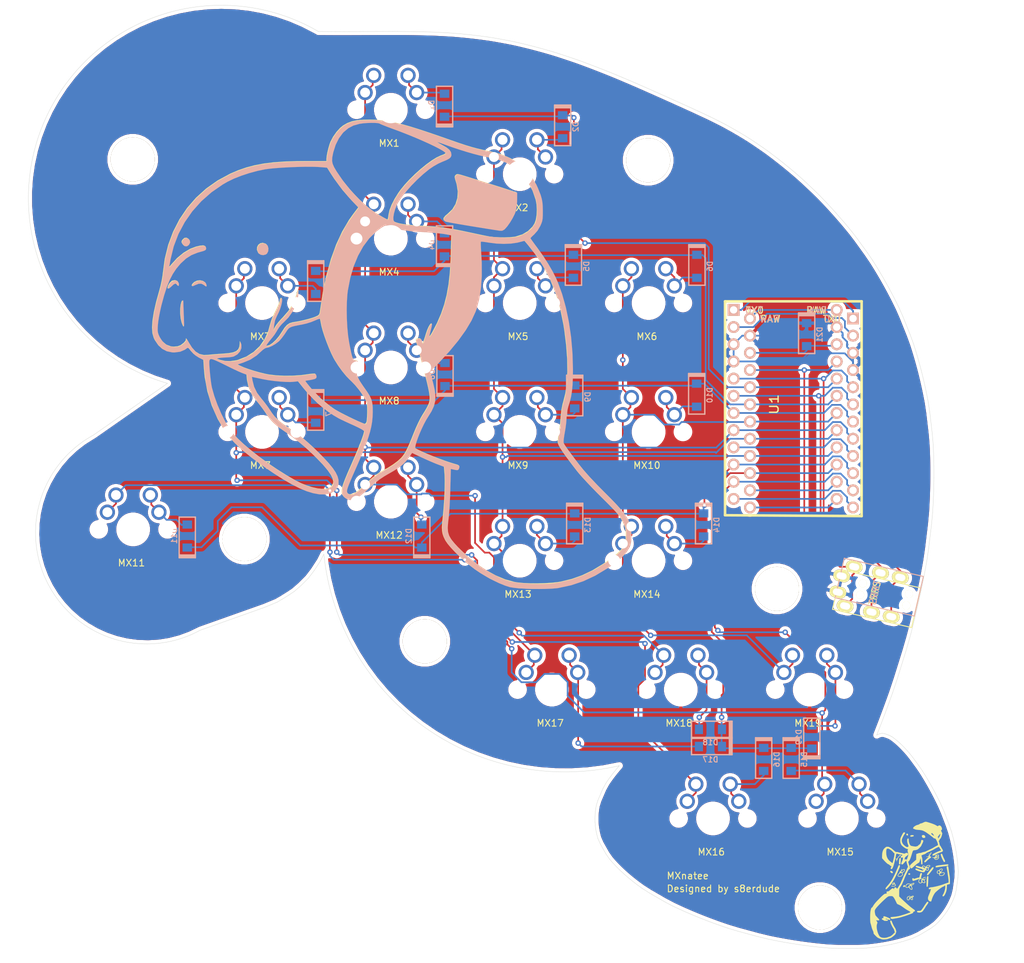
<source format=kicad_pcb>
(kicad_pcb (version 20171130) (host pcbnew "(5.1.4-0)")
  (layers (0 F.Cu signal) (31 B.Cu signal) (34 B.Paste user) (35 F.Paste user) (36 B.SilkS user) (37 F.SilkS user) (38 B.Mask user) (39 F.Mask user) (44 Edge.Cuts user))
  (net 0 "")
  (net 1 ROW0)
  (net 2 "Net-(D1-Pad2)")
  (net 3 "Net-(D2-Pad2)")
  (net 4 "Net-(D3-Pad2)")
  (net 5 "Net-(D4-Pad2)")
  (net 6 "Net-(D5-Pad2)")
  (net 7 ROW1)
  (net 8 "Net-(D6-Pad2)")
  (net 9 "Net-(D7-Pad2)")
  (net 10 "Net-(D8-Pad2)")
  (net 11 "Net-(D9-Pad2)")
  (net 12 "Net-(D10-Pad2)")
  (net 13 ROW2)
  (net 14 "Net-(D11-Pad2)")
  (net 15 "Net-(D12-Pad2)")
  (net 16 "Net-(D13-Pad2)")
  (net 17 "Net-(D14-Pad2)")
  (net 18 "Net-(D15-Pad2)")
  (net 19 ROW3)
  (net 20 "Net-(D16-Pad2)")
  (net 21 "Net-(D17-Pad2)")
  (net 22 "Net-(D18-Pad2)")
  (net 23 "Net-(D19-Pad2)")
  (net 24 GND)
  (net 25 RESET)
  (net 26 COL0)
  (net 27 COL1)
  (net 28 COL2)
  (net 29 COL3)
  (net 30 COL4)
  (net 31 DATA1)
  (net 32 VCC)
  (net 33 DATA2)
  (net 34 "Net-(U1-Pad24)")
  (net 35 "Net-(U1-Pad14)")
  (net 36 "Net-(U1-Pad13)")
  (net 37 "Net-(U1-Pad1)")
  (net 38 "Net-(U1-Pad2)")
  (net 39 ROW4)
  (net 40 "Net-(U1-Pad12)")
  (net 41 "Net-(U1-Pad9)")
  (module Keebio-Parts:MountingHole (layer F.Cu) (at 103.759 35.052)
    (fp_text reference U4 hide)
    (fp_text value HOLE)
    (pad "" thru_hole circle (at 0 0) (size 6.5 6.5) (drill 6.5) (layers *.Cu *.Mask F.SilkS))
  )
  (module Keebio-Parts:MountingHole (layer F.Cu) (at 122.809 98.425)
    (fp_text reference U4 hide)
    (fp_text value HOLE)
    (pad "" thru_hole circle (at 0 0) (size 6.5 6.5) (drill 6.5) (layers *.Cu *.Mask F.SilkS))
  )
  (module Keebio-Parts:MountingHole (layer F.Cu) (at 129.159 145.542)
    (fp_text reference U4 hide)
    (fp_text value HOLE)
    (pad "" thru_hole circle (at 0 0) (size 6.5 6.5) (drill 6.5) (layers *.Cu *.Mask F.SilkS))
  )
  (module Keebio-Parts:MountingHole (layer F.Cu) (at 70.739 106.172)
    (fp_text reference U4 hide)
    (fp_text value HOLE)
    (pad "" thru_hole circle (at 0 0) (size 6.5 6.5) (drill 6.5) (layers *.Cu *.Mask F.SilkS))
  )
  (module Keebio-Parts:MountingHole (layer F.Cu) (at 44.069 91.059)
    (fp_text reference U4 hide)
    (fp_text value HOLE)
    (pad "" thru_hole circle (at 0 0) (size 6.5 6.5) (drill 6.5) (layers *.Cu *.Mask F.SilkS))
  )
  (module Keebio-Parts:MountingHole (layer F.Cu) (at 27.559 34.925)
    (fp_text reference U4 hide)
    (fp_text value HOLE)
    (pad "" thru_hole circle (at 0 0) (size 6.5 6.5) (drill 6.5) (layers *.Cu *.Mask F.SilkS))
  )
  (module SILK:mxnatee_med (layer F.Cu) (at 66.8655 64.897)
    (fp_text reference G*** hide)
    (fp_text value LOGO hide)
  )
  (module SILK:mxnatee_med_back (layer B.Cu) (at 66.929 64.9605 180)
    (fp_text reference G*** hide)
    (fp_text value LOGO hide)
  )
  (module SILK:me (layer F.Cu) (at 142.367 141.1605)
    (fp_text reference G*** hide)
    (fp_text value LOGO hide)
  )
  (module Keebio-Parts:D_SOD123 (layer B.Cu) (at 127.1905 60.833 270)
    (fp_text reference D21 (at 0 -1.925 90) (layer B.SilkS) (effects (font (size 0.8 0.8)) (justify mirror)))
    (fp_text value D_Small hide)
    (pad 1 smd rect (at -1.7 0 270) (size 1.2 1.4) (layers B.Cu B.Paste B.Mask) (net 24 GND))
    (pad 2 smd rect (at 1.7 0 270) (size 1.2 1.4) (layers B.Cu B.Paste B.Mask) (net 25 RESET))
  )
  (module Keebio-Parts:D_SOD123 (layer B.Cu) (at 127.9525 120.3325 90)
    (fp_text reference D19 (at 0 -1.925 90) (layer B.SilkS) (effects (font (size 0.8 0.8)) (justify mirror)))
    (fp_text value D_Small hide)
    (pad 1 smd rect (at -1.7 0 90) (size 1.2 1.4) (layers B.Cu B.Paste B.Mask) (net 39 ROW4))
    (pad 2 smd rect (at 1.7 0 90) (size 1.2 1.4) (layers B.Cu B.Paste B.Mask) (net 23 "Net-(D19-Pad2)"))
  )
  (module Keebio-Parts:D_SOD123 (layer B.Cu) (at 112.9665 119.1895 180)
    (fp_text reference D18 (at 0 -1.925) (layer B.SilkS) (effects (font (size 0.8 0.8)) (justify mirror)))
    (fp_text value D_Small hide)
    (pad 1 smd rect (at -1.7 0 180) (size 1.2 1.4) (layers B.Cu B.Paste B.Mask) (net 39 ROW4))
    (pad 2 smd rect (at 1.7 0 180) (size 1.2 1.4) (layers B.Cu B.Paste B.Mask) (net 22 "Net-(D18-Pad2)"))
  )
  (module Keebio-Parts:D_SOD123 (layer B.Cu) (at 112.9665 121.7295 180)
    (fp_text reference D17 (at 0 -1.925) (layer B.SilkS) (effects (font (size 0.8 0.8)) (justify mirror)))
    (fp_text value D_Small hide)
    (pad 1 smd rect (at -1.7 0 180) (size 1.2 1.4) (layers B.Cu B.Paste B.Mask) (net 39 ROW4))
    (pad 2 smd rect (at 1.7 0 180) (size 1.2 1.4) (layers B.Cu B.Paste B.Mask) (net 21 "Net-(D17-Pad2)"))
  )
  (module Keebio-Parts:D_SOD123 (layer B.Cu) (at 120.8405 123.6345 270)
    (fp_text reference D16 (at 0 -1.925 90) (layer B.SilkS) (effects (font (size 0.8 0.8)) (justify mirror)))
    (fp_text value D_Small hide)
    (pad 1 smd rect (at -1.7 0 270) (size 1.2 1.4) (layers B.Cu B.Paste B.Mask) (net 39 ROW4))
    (pad 2 smd rect (at 1.7 0 270) (size 1.2 1.4) (layers B.Cu B.Paste B.Mask) (net 20 "Net-(D16-Pad2)"))
  )
  (module Keebio-Parts:D_SOD123 (layer B.Cu) (at 124.9045 123.6345 270)
    (fp_text reference D15 (at 0 -1.925 90) (layer B.SilkS) (effects (font (size 0.8 0.8)) (justify mirror)))
    (fp_text value D_Small hide)
    (pad 1 smd rect (at -1.7 0 270) (size 1.2 1.4) (layers B.Cu B.Paste B.Mask) (net 39 ROW4))
    (pad 2 smd rect (at 1.7 0 270) (size 1.2 1.4) (layers B.Cu B.Paste B.Mask) (net 18 "Net-(D15-Pad2)"))
  )
  (module Keebio-Parts:D_SOD123 (layer B.Cu) (at 111.9505 88.9635 270)
    (fp_text reference D14 (at 0 -1.925 90) (layer B.SilkS) (effects (font (size 0.8 0.8)) (justify mirror)))
    (fp_text value D_Small hide)
    (pad 1 smd rect (at -1.7 0 270) (size 1.2 1.4) (layers B.Cu B.Paste B.Mask) (net 19 ROW3))
    (pad 2 smd rect (at 1.7 0 270) (size 1.2 1.4) (layers B.Cu B.Paste B.Mask) (net 17 "Net-(D14-Pad2)"))
  )
  (module Keebio-Parts:D_SOD123 (layer B.Cu) (at 92.9005 88.9645 270)
    (fp_text reference D13 (at 0 -1.925 90) (layer B.SilkS) (effects (font (size 0.8 0.8)) (justify mirror)))
    (fp_text value D_Small hide)
    (pad 1 smd rect (at -1.7 0 270) (size 1.2 1.4) (layers B.Cu B.Paste B.Mask) (net 19 ROW3))
    (pad 2 smd rect (at 1.7 0 270) (size 1.2 1.4) (layers B.Cu B.Paste B.Mask) (net 16 "Net-(D13-Pad2)"))
  )
  (module Keebio-Parts:D_SOD123 (layer B.Cu) (at 70.2945 90.6145 90)
    (fp_text reference D12 (at 0 -1.925 90) (layer B.SilkS) (effects (font (size 0.8 0.8)) (justify mirror)))
    (fp_text value D_Small hide)
    (pad 1 smd rect (at -1.7 0 90) (size 1.2 1.4) (layers B.Cu B.Paste B.Mask) (net 19 ROW3))
    (pad 2 smd rect (at 1.7 0 90) (size 1.2 1.4) (layers B.Cu B.Paste B.Mask) (net 15 "Net-(D12-Pad2)"))
  )
  (module Keebio-Parts:D_SOD123 (layer B.Cu) (at 35.6235 90.6145 90)
    (fp_text reference D11 (at 0 -1.925 90) (layer B.SilkS) (effects (font (size 0.8 0.8)) (justify mirror)))
    (fp_text value D_Small hide)
    (pad 1 smd rect (at -1.7 0 90) (size 1.2 1.4) (layers B.Cu B.Paste B.Mask) (net 19 ROW3))
    (pad 2 smd rect (at 1.7 0 90) (size 1.2 1.4) (layers B.Cu B.Paste B.Mask) (net 14 "Net-(D11-Pad2)"))
  )
  (module Keebio-Parts:D_SOD123 (layer B.Cu) (at 110.9345 69.7865 270)
    (fp_text reference D10 (at 0 -1.925 90) (layer B.SilkS) (effects (font (size 0.8 0.8)) (justify mirror)))
    (fp_text value D_Small hide)
    (pad 1 smd rect (at -1.7 0 270) (size 1.2 1.4) (layers B.Cu B.Paste B.Mask) (net 13 ROW2))
    (pad 2 smd rect (at 1.7 0 270) (size 1.2 1.4) (layers B.Cu B.Paste B.Mask) (net 12 "Net-(D10-Pad2)"))
  )
  (module Keebio-Parts:D_SOD123 (layer B.Cu) (at 92.9005 70.0405 270)
    (fp_text reference D9 (at 0 -1.925 90) (layer B.SilkS) (effects (font (size 0.8 0.8)) (justify mirror)))
    (fp_text value D_Small hide)
    (pad 1 smd rect (at -1.7 0 270) (size 1.2 1.4) (layers B.Cu B.Paste B.Mask) (net 13 ROW2))
    (pad 2 smd rect (at 1.7 0 270) (size 1.2 1.4) (layers B.Cu B.Paste B.Mask) (net 11 "Net-(D9-Pad2)"))
  )
  (module Keebio-Parts:D_SOD123 (layer B.Cu) (at 73.7235 66.7385 90)
    (fp_text reference D8 (at 0 -1.925 90) (layer B.SilkS) (effects (font (size 0.8 0.8)) (justify mirror)))
    (fp_text value D_Small hide)
    (pad 1 smd rect (at -1.7 0 90) (size 1.2 1.4) (layers B.Cu B.Paste B.Mask) (net 13 ROW2))
    (pad 2 smd rect (at 1.7 0 90) (size 1.2 1.4) (layers B.Cu B.Paste B.Mask) (net 10 "Net-(D8-Pad2)"))
  )
  (module Keebio-Parts:D_SOD123 (layer B.Cu) (at 54.61 72.16775 270)
    (fp_text reference D7 (at 0 -1.925 90) (layer B.SilkS) (effects (font (size 0.8 0.8)) (justify mirror)))
    (fp_text value D_Small hide)
    (pad 1 smd rect (at -1.7 0 270) (size 1.2 1.4) (layers B.Cu B.Paste B.Mask) (net 13 ROW2))
    (pad 2 smd rect (at 1.7 0 270) (size 1.2 1.4) (layers B.Cu B.Paste B.Mask) (net 9 "Net-(D7-Pad2)"))
  )
  (module Keebio-Parts:D_SOD123 (layer B.Cu) (at 110.96625 50.7365 270)
    (fp_text reference D6 (at 0 -1.925 90) (layer B.SilkS) (effects (font (size 0.8 0.8)) (justify mirror)))
    (fp_text value D_Small hide)
    (pad 1 smd rect (at -1.7 0 270) (size 1.2 1.4) (layers B.Cu B.Paste B.Mask) (net 7 ROW1))
    (pad 2 smd rect (at 1.7 0 270) (size 1.2 1.4) (layers B.Cu B.Paste B.Mask) (net 8 "Net-(D6-Pad2)"))
  )
  (module Keebio-Parts:D_SOD123 (layer B.Cu) (at 92.71 50.7365 270)
    (fp_text reference D5 (at 0 -1.925 90) (layer B.SilkS) (effects (font (size 0.8 0.8)) (justify mirror)))
    (fp_text value D_Small hide)
    (pad 1 smd rect (at -1.7 0 270) (size 1.2 1.4) (layers B.Cu B.Paste B.Mask) (net 7 ROW1))
    (pad 2 smd rect (at 1.7 0 270) (size 1.2 1.4) (layers B.Cu B.Paste B.Mask) (net 6 "Net-(D5-Pad2)"))
  )
  (module Keebio-Parts:D_SOD123 (layer B.Cu) (at 73.66 47.5615 90)
    (fp_text reference D4 (at 0 -1.925 90) (layer B.SilkS) (effects (font (size 0.8 0.8)) (justify mirror)))
    (fp_text value D_Small hide)
    (pad 1 smd rect (at -1.7 0 90) (size 1.2 1.4) (layers B.Cu B.Paste B.Mask) (net 7 ROW1))
    (pad 2 smd rect (at 1.7 0 90) (size 1.2 1.4) (layers B.Cu B.Paste B.Mask) (net 5 "Net-(D4-Pad2)"))
  )
  (module Keebio-Parts:D_SOD123 (layer B.Cu) (at 54.61 53.11775 270)
    (fp_text reference D3 (at 0 -1.925 90) (layer B.SilkS) (effects (font (size 0.8 0.8)) (justify mirror)))
    (fp_text value D_Small hide)
    (pad 1 smd rect (at -1.7 0 270) (size 1.2 1.4) (layers B.Cu B.Paste B.Mask) (net 7 ROW1))
    (pad 2 smd rect (at 1.7 0 270) (size 1.2 1.4) (layers B.Cu B.Paste B.Mask) (net 4 "Net-(D3-Pad2)"))
  )
  (module Keebio-Parts:D_SOD123 (layer B.Cu) (at 91.1225 30.099 270)
    (fp_text reference D2 (at 0 -1.925 90) (layer B.SilkS) (effects (font (size 0.8 0.8)) (justify mirror)))
    (fp_text value D_Small hide)
    (pad 1 smd rect (at -1.7 0 270) (size 1.2 1.4) (layers B.Cu B.Paste B.Mask) (net 1 ROW0))
    (pad 2 smd rect (at 1.7 0 270) (size 1.2 1.4) (layers B.Cu B.Paste B.Mask) (net 3 "Net-(D2-Pad2)"))
  )
  (module Keebio-Parts:D_SOD123 (layer B.Cu) (at 73.66 26.924 90)
    (fp_text reference D1 (at 0 -1.925 90) (layer B.SilkS) (effects (font (size 0.8 0.8)) (justify mirror)))
    (fp_text value D_Small hide)
    (pad 1 smd rect (at -1.7 0 90) (size 1.2 1.4) (layers B.Cu B.Paste B.Mask) (net 1 ROW0))
    (pad 2 smd rect (at 1.7 0 90) (size 1.2 1.4) (layers B.Cu B.Paste B.Mask) (net 2 "Net-(D1-Pad2)"))
  )
  (module Keybage_Hardware:ArduinoProMicro-Reversible (layer F.Cu) (at 124.0155 71.15175 270)
    (fp_text reference U1 (at 0 1.625 90) (layer F.SilkS) (effects (font (size 1.27 1.524) (thickness 0.2032))))
    (fp_text value ProMicro hide)
    (fp_text user TX0 (at -12.63 -6.913 180) (layer F.SilkS))
    (fp_text user RAW (at -12.63 2.187 180) (layer F.SilkS))
    (fp_text user TX0 (at -12.63 -7.013 180) (layer B.SilkS) (effects (justify mirror)))
    (fp_text user RAW (at -12.63 2.287 180) (layer B.SilkS) (effects (justify mirror)))
    (fp_text user TX0 (at -13.9 4.5) (layer F.SilkS))
    (fp_text user RAW (at -13.9 -4.6) (layer F.SilkS))
    (fp_text user RAW (at -13.9 -4.7) (layer B.SilkS) (effects (justify mirror)))
    (fp_text user TX0 (at -13.9 4.6) (layer B.SilkS) (effects (justify mirror)))
    (pad 6 thru_hole circle (at 0 -10.033 90) (size 1.7526 1.7526) (drill 1.0922) (layers *.Cu *.SilkS *.Mask) (net 31 DATA1))
    (pad 1 thru_hole rect (at -12.7 -10.033 90) (size 1.7526 1.7526) (drill 1.0922) (layers *.Cu *.SilkS *.Mask) (net 37 "Net-(U1-Pad1)"))
    (pad 14 thru_hole circle (at 12.7 5.207 90) (size 1.7526 1.7526) (drill 1.0922) (layers *.Cu *.SilkS *.Mask) (net 35 "Net-(U1-Pad14)"))
    (pad 11 thru_hole circle (at 12.7 -10.033 90) (size 1.7526 1.7526) (drill 1.0922) (layers *.Cu *.SilkS *.Mask) (net 26 COL0))
    (pad 5 thru_hole circle (at -2.54 -10.033 90) (size 1.7526 1.7526) (drill 1.0922) (layers *.Cu *.SilkS *.Mask) (net 33 DATA2))
    (pad 13 thru_hole circle (at 15.24 5.207 90) (size 1.7526 1.7526) (drill 1.0922) (layers *.Cu *.SilkS *.Mask) (net 36 "Net-(U1-Pad13)"))
    (pad 16 thru_hole circle (at 7.62 5.207 90) (size 1.7526 1.7526) (drill 1.0922) (layers *.Cu *.SilkS *.Mask) (net 29 COL3))
    (pad 17 thru_hole circle (at 5.08 5.207 90) (size 1.7526 1.7526) (drill 1.0922) (layers *.Cu *.SilkS *.Mask) (net 27 COL1))
    (pad 8 thru_hole circle (at 5.08 -10.033 90) (size 1.7526 1.7526) (drill 1.0922) (layers *.Cu *.SilkS *.Mask) (net 28 COL2))
    (pad 9 thru_hole circle (at 7.62 -10.033 90) (size 1.7526 1.7526) (drill 1.0922) (layers *.Cu *.SilkS *.Mask) (net 41 "Net-(U1-Pad9)"))
    (pad 15 thru_hole circle (at 10.16 5.207 90) (size 1.7526 1.7526) (drill 1.0922) (layers *.Cu *.SilkS *.Mask) (net 39 ROW4))
    (pad 4 thru_hole circle (at -5.08 -10.033 90) (size 1.7526 1.7526) (drill 1.0922) (layers *.Cu *.SilkS *.Mask) (net 24 GND))
    (pad 7 thru_hole circle (at 2.54 -10.033 90) (size 1.7526 1.7526) (drill 1.0922) (layers *.Cu *.SilkS *.Mask) (net 13 ROW2))
    (pad 10 thru_hole circle (at 10.16 -10.033 90) (size 1.7526 1.7526) (drill 1.0922) (layers *.Cu *.SilkS *.Mask) (net 19 ROW3))
    (pad 3 thru_hole circle (at -7.62 -10.033 90) (size 1.7526 1.7526) (drill 1.0922) (layers *.Cu *.SilkS *.Mask) (net 24 GND))
    (pad 12 thru_hole circle (at 15.24 -10.033 90) (size 1.7526 1.7526) (drill 1.0922) (layers *.Cu *.SilkS *.Mask) (net 40 "Net-(U1-Pad12)"))
    (pad 24 thru_hole circle (at -12.7 5.207 90) (size 1.7526 1.7526) (drill 1.0922) (layers *.Cu *.SilkS *.Mask) (net 34 "Net-(U1-Pad24)"))
    (pad 21 thru_hole circle (at -5.08 5.207 90) (size 1.7526 1.7526) (drill 1.0922) (layers *.Cu *.SilkS *.Mask) (net 32 VCC))
    (pad 22 thru_hole circle (at -7.62 5.207 90) (size 1.7526 1.7526) (drill 1.0922) (layers *.Cu *.SilkS *.Mask) (net 25 RESET))
    (pad 23 thru_hole circle (at -10.16 5.207 90) (size 1.7526 1.7526) (drill 1.0922) (layers *.Cu *.SilkS *.Mask) (net 24 GND))
    (pad 18 thru_hole circle (at 2.54 5.207 90) (size 1.7526 1.7526) (drill 1.0922) (layers *.Cu *.SilkS *.Mask) (net 30 COL4))
    (pad 19 thru_hole circle (at 0 5.207 90) (size 1.7526 1.7526) (drill 1.0922) (layers *.Cu *.SilkS *.Mask) (net 7 ROW1))
    (pad 20 thru_hole circle (at -2.54 5.207 90) (size 1.7526 1.7526) (drill 1.0922) (layers *.Cu *.SilkS *.Mask) (net 1 ROW0))
    (pad 2 thru_hole circle (at -10.16 -10.033 90) (size 1.7526 1.7526) (drill 1.0922) (layers *.Cu *.SilkS *.Mask) (net 38 "Net-(U1-Pad2)"))
    (pad 24 thru_hole circle (at -13.97 -7.62 270) (size 1.7526 1.7526) (drill 1.0922) (layers *.Cu *.SilkS *.Mask) (net 34 "Net-(U1-Pad24)"))
    (pad 12 thru_hole circle (at 13.97 7.62 270) (size 1.7526 1.7526) (drill 1.0922) (layers *.Cu *.SilkS *.Mask) (net 40 "Net-(U1-Pad12)"))
    (pad 23 thru_hole circle (at -11.43 -7.62 270) (size 1.7526 1.7526) (drill 1.0922) (layers *.Cu *.SilkS *.Mask) (net 24 GND))
    (pad 22 thru_hole circle (at -8.89 -7.62 270) (size 1.7526 1.7526) (drill 1.0922) (layers *.Cu *.SilkS *.Mask) (net 25 RESET))
    (pad 21 thru_hole circle (at -6.35 -7.62 270) (size 1.7526 1.7526) (drill 1.0922) (layers *.Cu *.SilkS *.Mask) (net 32 VCC))
    (pad 20 thru_hole circle (at -3.81 -7.62 270) (size 1.7526 1.7526) (drill 1.0922) (layers *.Cu *.SilkS *.Mask) (net 1 ROW0))
    (pad 19 thru_hole circle (at -1.27 -7.62 270) (size 1.7526 1.7526) (drill 1.0922) (layers *.Cu *.SilkS *.Mask) (net 7 ROW1))
    (pad 18 thru_hole circle (at 1.27 -7.62 270) (size 1.7526 1.7526) (drill 1.0922) (layers *.Cu *.SilkS *.Mask) (net 30 COL4))
    (pad 17 thru_hole circle (at 3.81 -7.62 270) (size 1.7526 1.7526) (drill 1.0922) (layers *.Cu *.SilkS *.Mask) (net 27 COL1))
    (pad 16 thru_hole circle (at 6.35 -7.62 270) (size 1.7526 1.7526) (drill 1.0922) (layers *.Cu *.SilkS *.Mask) (net 29 COL3))
    (pad 15 thru_hole circle (at 8.89 -7.62 270) (size 1.7526 1.7526) (drill 1.0922) (layers *.Cu *.SilkS *.Mask) (net 39 ROW4))
    (pad 14 thru_hole circle (at 11.43 -7.62 270) (size 1.7526 1.7526) (drill 1.0922) (layers *.Cu *.SilkS *.Mask) (net 35 "Net-(U1-Pad14)"))
    (pad 13 thru_hole circle (at 13.97 -7.62 270) (size 1.7526 1.7526) (drill 1.0922) (layers *.Cu *.SilkS *.Mask) (net 36 "Net-(U1-Pad13)"))
    (pad 11 thru_hole circle (at 11.43 7.62 270) (size 1.7526 1.7526) (drill 1.0922) (layers *.Cu *.SilkS *.Mask) (net 26 COL0))
    (pad 10 thru_hole circle (at 8.89 7.62 270) (size 1.7526 1.7526) (drill 1.0922) (layers *.Cu *.SilkS *.Mask) (net 19 ROW3))
    (pad 9 thru_hole circle (at 6.35 7.62 270) (size 1.7526 1.7526) (drill 1.0922) (layers *.Cu *.SilkS *.Mask) (net 41 "Net-(U1-Pad9)"))
    (pad 8 thru_hole circle (at 3.81 7.62 270) (size 1.7526 1.7526) (drill 1.0922) (layers *.Cu *.SilkS *.Mask) (net 28 COL2))
    (pad 7 thru_hole circle (at 1.27 7.62 270) (size 1.7526 1.7526) (drill 1.0922) (layers *.Cu *.SilkS *.Mask) (net 13 ROW2))
    (pad 6 thru_hole circle (at -1.27 7.62 270) (size 1.7526 1.7526) (drill 1.0922) (layers *.Cu *.SilkS *.Mask) (net 31 DATA1))
    (pad 5 thru_hole circle (at -3.81 7.62 270) (size 1.7526 1.7526) (drill 1.0922) (layers *.Cu *.SilkS *.Mask) (net 33 DATA2))
    (pad 4 thru_hole circle (at -6.35 7.62 270) (size 1.7526 1.7526) (drill 1.0922) (layers *.Cu *.SilkS *.Mask) (net 24 GND))
    (pad 3 thru_hole circle (at -8.89 7.62 270) (size 1.7526 1.7526) (drill 1.0922) (layers *.Cu *.SilkS *.Mask) (net 24 GND))
    (pad 2 thru_hole circle (at -11.43 7.62 270) (size 1.7526 1.7526) (drill 1.0922) (layers *.Cu *.SilkS *.Mask) (net 38 "Net-(U1-Pad2)"))
    (pad 1 thru_hole rect (at -13.97 7.62 270) (size 1.7526 1.7526) (drill 1.0922) (layers *.Cu *.SilkS *.Mask) (net 37 "Net-(U1-Pad1)"))
  )
  (module Keybage_MX:MX-NoLED-Reversible (layer F.Cu) (at 127.635 113.44275)
    (fp_text reference MX19 (at -0.254 4.826) (layer F.SilkS))
    (fp_text value MX-NoLED)
    (pad 1 thru_hole circle (at -2.54 -5.207) (size 2.25 2.25) (drill 1.47) (layers *.Cu B.Mask) (net 30 COL4))
    (pad 2 thru_hole circle (at 3.81 -2.667) (size 2.25 2.25) (drill 1.47) (layers *.Cu B.Mask) (net 23 "Net-(D19-Pad2)"))
    (pad 2 thru_hole circle (at 2.54 -5.207) (size 2.25 2.25) (drill 1.47) (layers *.Cu B.Mask) (net 23 "Net-(D19-Pad2)"))
    (pad "" np_thru_hole circle (at 5.08 -0.127 48.0996) (size 1.75 1.75) (drill 1.75) (layers *.Cu *.Mask))
    (pad "" np_thru_hole circle (at -5.08 -0.127 48.0996) (size 1.75 1.75) (drill 1.75) (layers *.Cu *.Mask))
    (pad "" np_thru_hole circle (at 0 -0.127) (size 3.9878 3.9878) (drill 3.9878) (layers *.Cu *.Mask))
    (pad 1 thru_hole circle (at -3.81 -2.667) (size 2.25 2.25) (drill 1.47) (layers *.Cu B.Mask) (net 30 COL4))
  )
  (module Keybage_MX:MX-NoLED-Reversible (layer F.Cu) (at 108.585 113.44275)
    (fp_text reference MX18 (at -0.254 4.826) (layer F.SilkS))
    (fp_text value MX-NoLED)
    (pad 1 thru_hole circle (at -2.54 -5.207) (size 2.25 2.25) (drill 1.47) (layers *.Cu B.Mask) (net 29 COL3))
    (pad 2 thru_hole circle (at 3.81 -2.667) (size 2.25 2.25) (drill 1.47) (layers *.Cu B.Mask) (net 22 "Net-(D18-Pad2)"))
    (pad 2 thru_hole circle (at 2.54 -5.207) (size 2.25 2.25) (drill 1.47) (layers *.Cu B.Mask) (net 22 "Net-(D18-Pad2)"))
    (pad "" np_thru_hole circle (at 5.08 -0.127 48.0996) (size 1.75 1.75) (drill 1.75) (layers *.Cu *.Mask))
    (pad "" np_thru_hole circle (at -5.08 -0.127 48.0996) (size 1.75 1.75) (drill 1.75) (layers *.Cu *.Mask))
    (pad "" np_thru_hole circle (at 0 -0.127) (size 3.9878 3.9878) (drill 3.9878) (layers *.Cu *.Mask))
    (pad 1 thru_hole circle (at -3.81 -2.667) (size 2.25 2.25) (drill 1.47) (layers *.Cu B.Mask) (net 29 COL3))
  )
  (module Keybage_MX:MX-NoLED-Reversible (layer F.Cu) (at 89.535 113.44275)
    (fp_text reference MX17 (at -0.254 4.826) (layer F.SilkS))
    (fp_text value MX-NoLED)
    (pad 1 thru_hole circle (at -2.54 -5.207) (size 2.25 2.25) (drill 1.47) (layers *.Cu B.Mask) (net 28 COL2))
    (pad 2 thru_hole circle (at 3.81 -2.667) (size 2.25 2.25) (drill 1.47) (layers *.Cu B.Mask) (net 21 "Net-(D17-Pad2)"))
    (pad 2 thru_hole circle (at 2.54 -5.207) (size 2.25 2.25) (drill 1.47) (layers *.Cu B.Mask) (net 21 "Net-(D17-Pad2)"))
    (pad "" np_thru_hole circle (at 5.08 -0.127 48.0996) (size 1.75 1.75) (drill 1.75) (layers *.Cu *.Mask))
    (pad "" np_thru_hole circle (at -5.08 -0.127 48.0996) (size 1.75 1.75) (drill 1.75) (layers *.Cu *.Mask))
    (pad "" np_thru_hole circle (at 0 -0.127) (size 3.9878 3.9878) (drill 3.9878) (layers *.Cu *.Mask))
    (pad 1 thru_hole circle (at -3.81 -2.667) (size 2.25 2.25) (drill 1.47) (layers *.Cu B.Mask) (net 28 COL2))
  )
  (module Keybage_MX:MX-NoLED-Reversible (layer F.Cu) (at 113.3475 132.49275)
    (fp_text reference MX16 (at -0.254 4.826) (layer F.SilkS))
    (fp_text value MX-NoLED)
    (pad 1 thru_hole circle (at -2.54 -5.207) (size 2.25 2.25) (drill 1.47) (layers *.Cu B.Mask) (net 27 COL1))
    (pad 2 thru_hole circle (at 3.81 -2.667) (size 2.25 2.25) (drill 1.47) (layers *.Cu B.Mask) (net 20 "Net-(D16-Pad2)"))
    (pad 2 thru_hole circle (at 2.54 -5.207) (size 2.25 2.25) (drill 1.47) (layers *.Cu B.Mask) (net 20 "Net-(D16-Pad2)"))
    (pad "" np_thru_hole circle (at 5.08 -0.127 48.0996) (size 1.75 1.75) (drill 1.75) (layers *.Cu *.Mask))
    (pad "" np_thru_hole circle (at -5.08 -0.127 48.0996) (size 1.75 1.75) (drill 1.75) (layers *.Cu *.Mask))
    (pad "" np_thru_hole circle (at 0 -0.127) (size 3.9878 3.9878) (drill 3.9878) (layers *.Cu *.Mask))
    (pad 1 thru_hole circle (at -3.81 -2.667) (size 2.25 2.25) (drill 1.47) (layers *.Cu B.Mask) (net 27 COL1))
  )
  (module Keybage_MX:MX-NoLED-Reversible (layer F.Cu) (at 132.3975 132.49275)
    (fp_text reference MX15 (at -0.254 4.826) (layer F.SilkS))
    (fp_text value MX-NoLED)
    (pad 1 thru_hole circle (at -2.54 -5.207) (size 2.25 2.25) (drill 1.47) (layers *.Cu B.Mask) (net 26 COL0))
    (pad 2 thru_hole circle (at 3.81 -2.667) (size 2.25 2.25) (drill 1.47) (layers *.Cu B.Mask) (net 18 "Net-(D15-Pad2)"))
    (pad 2 thru_hole circle (at 2.54 -5.207) (size 2.25 2.25) (drill 1.47) (layers *.Cu B.Mask) (net 18 "Net-(D15-Pad2)"))
    (pad "" np_thru_hole circle (at 5.08 -0.127 48.0996) (size 1.75 1.75) (drill 1.75) (layers *.Cu *.Mask))
    (pad "" np_thru_hole circle (at -5.08 -0.127 48.0996) (size 1.75 1.75) (drill 1.75) (layers *.Cu *.Mask))
    (pad "" np_thru_hole circle (at 0 -0.127) (size 3.9878 3.9878) (drill 3.9878) (layers *.Cu *.Mask))
    (pad 1 thru_hole circle (at -3.81 -2.667) (size 2.25 2.25) (drill 1.47) (layers *.Cu B.Mask) (net 26 COL0))
  )
  (module Keybage_MX:MX-NoLED-Reversible (layer F.Cu) (at 103.8225 94.39275)
    (fp_text reference MX14 (at -0.254 4.826) (layer F.SilkS))
    (fp_text value MX-NoLED)
    (pad 1 thru_hole circle (at -2.54 -5.207) (size 2.25 2.25) (drill 1.47) (layers *.Cu B.Mask) (net 30 COL4))
    (pad 2 thru_hole circle (at 3.81 -2.667) (size 2.25 2.25) (drill 1.47) (layers *.Cu B.Mask) (net 17 "Net-(D14-Pad2)"))
    (pad 2 thru_hole circle (at 2.54 -5.207) (size 2.25 2.25) (drill 1.47) (layers *.Cu B.Mask) (net 17 "Net-(D14-Pad2)"))
    (pad "" np_thru_hole circle (at 5.08 -0.127 48.0996) (size 1.75 1.75) (drill 1.75) (layers *.Cu *.Mask))
    (pad "" np_thru_hole circle (at -5.08 -0.127 48.0996) (size 1.75 1.75) (drill 1.75) (layers *.Cu *.Mask))
    (pad "" np_thru_hole circle (at 0 -0.127) (size 3.9878 3.9878) (drill 3.9878) (layers *.Cu *.Mask))
    (pad 1 thru_hole circle (at -3.81 -2.667) (size 2.25 2.25) (drill 1.47) (layers *.Cu B.Mask) (net 30 COL4))
  )
  (module Keybage_MX:MX-NoLED-Reversible (layer F.Cu) (at 84.7725 94.39275)
    (fp_text reference MX13 (at -0.254 4.826) (layer F.SilkS))
    (fp_text value MX-NoLED)
    (pad 1 thru_hole circle (at -2.54 -5.207) (size 2.25 2.25) (drill 1.47) (layers *.Cu B.Mask) (net 29 COL3))
    (pad 2 thru_hole circle (at 3.81 -2.667) (size 2.25 2.25) (drill 1.47) (layers *.Cu B.Mask) (net 16 "Net-(D13-Pad2)"))
    (pad 2 thru_hole circle (at 2.54 -5.207) (size 2.25 2.25) (drill 1.47) (layers *.Cu B.Mask) (net 16 "Net-(D13-Pad2)"))
    (pad "" np_thru_hole circle (at 5.08 -0.127 48.0996) (size 1.75 1.75) (drill 1.75) (layers *.Cu *.Mask))
    (pad "" np_thru_hole circle (at -5.08 -0.127 48.0996) (size 1.75 1.75) (drill 1.75) (layers *.Cu *.Mask))
    (pad "" np_thru_hole circle (at 0 -0.127) (size 3.9878 3.9878) (drill 3.9878) (layers *.Cu *.Mask))
    (pad 1 thru_hole circle (at -3.81 -2.667) (size 2.25 2.25) (drill 1.47) (layers *.Cu B.Mask) (net 29 COL3))
  )
  (module Keybage_MX:MX-NoLED-Reversible (layer F.Cu) (at 65.7225 85.6615)
    (fp_text reference MX12 (at -0.254 4.826) (layer F.SilkS))
    (fp_text value MX-NoLED)
    (pad 1 thru_hole circle (at -2.54 -5.207) (size 2.25 2.25) (drill 1.47) (layers *.Cu B.Mask) (net 28 COL2))
    (pad 2 thru_hole circle (at 3.81 -2.667) (size 2.25 2.25) (drill 1.47) (layers *.Cu B.Mask) (net 15 "Net-(D12-Pad2)"))
    (pad 2 thru_hole circle (at 2.54 -5.207) (size 2.25 2.25) (drill 1.47) (layers *.Cu B.Mask) (net 15 "Net-(D12-Pad2)"))
    (pad "" np_thru_hole circle (at 5.08 -0.127 48.0996) (size 1.75 1.75) (drill 1.75) (layers *.Cu *.Mask))
    (pad "" np_thru_hole circle (at -5.08 -0.127 48.0996) (size 1.75 1.75) (drill 1.75) (layers *.Cu *.Mask))
    (pad "" np_thru_hole circle (at 0 -0.127) (size 3.9878 3.9878) (drill 3.9878) (layers *.Cu *.Mask))
    (pad 1 thru_hole circle (at -3.81 -2.667) (size 2.25 2.25) (drill 1.47) (layers *.Cu B.Mask) (net 28 COL2))
  )
  (module Keybage_MX:MX-NoLED-Reversible (layer F.Cu) (at 27.6225 89.75725)
    (fp_text reference MX11 (at -0.254 4.826) (layer F.SilkS))
    (fp_text value MX-NoLED)
    (pad 1 thru_hole circle (at -2.54 -5.207) (size 2.25 2.25) (drill 1.47) (layers *.Cu B.Mask) (net 26 COL0))
    (pad 2 thru_hole circle (at 3.81 -2.667) (size 2.25 2.25) (drill 1.47) (layers *.Cu B.Mask) (net 14 "Net-(D11-Pad2)"))
    (pad 2 thru_hole circle (at 2.54 -5.207) (size 2.25 2.25) (drill 1.47) (layers *.Cu B.Mask) (net 14 "Net-(D11-Pad2)"))
    (pad "" np_thru_hole circle (at 5.08 -0.127 48.0996) (size 1.75 1.75) (drill 1.75) (layers *.Cu *.Mask))
    (pad "" np_thru_hole circle (at -5.08 -0.127 48.0996) (size 1.75 1.75) (drill 1.75) (layers *.Cu *.Mask))
    (pad "" np_thru_hole circle (at 0 -0.127) (size 3.9878 3.9878) (drill 3.9878) (layers *.Cu *.Mask))
    (pad 1 thru_hole circle (at -3.81 -2.667) (size 2.25 2.25) (drill 1.47) (layers *.Cu B.Mask) (net 26 COL0))
  )
  (module Keybage_MX:MX-NoLED-Reversible (layer F.Cu) (at 103.8225 75.34275)
    (fp_text reference MX10 (at -0.254 4.826) (layer F.SilkS))
    (fp_text value MX-NoLED)
    (pad 1 thru_hole circle (at -2.54 -5.207) (size 2.25 2.25) (drill 1.47) (layers *.Cu B.Mask) (net 30 COL4))
    (pad 2 thru_hole circle (at 3.81 -2.667) (size 2.25 2.25) (drill 1.47) (layers *.Cu B.Mask) (net 12 "Net-(D10-Pad2)"))
    (pad 2 thru_hole circle (at 2.54 -5.207) (size 2.25 2.25) (drill 1.47) (layers *.Cu B.Mask) (net 12 "Net-(D10-Pad2)"))
    (pad "" np_thru_hole circle (at 5.08 -0.127 48.0996) (size 1.75 1.75) (drill 1.75) (layers *.Cu *.Mask))
    (pad "" np_thru_hole circle (at -5.08 -0.127 48.0996) (size 1.75 1.75) (drill 1.75) (layers *.Cu *.Mask))
    (pad "" np_thru_hole circle (at 0 -0.127) (size 3.9878 3.9878) (drill 3.9878) (layers *.Cu *.Mask))
    (pad 1 thru_hole circle (at -3.81 -2.667) (size 2.25 2.25) (drill 1.47) (layers *.Cu B.Mask) (net 30 COL4))
  )
  (module Keybage_MX:MX-NoLED-Reversible (layer F.Cu) (at 84.7725 75.34275)
    (fp_text reference MX9 (at -0.254 4.826) (layer F.SilkS))
    (fp_text value MX-NoLED)
    (pad 1 thru_hole circle (at -2.54 -5.207) (size 2.25 2.25) (drill 1.47) (layers *.Cu B.Mask) (net 29 COL3))
    (pad 2 thru_hole circle (at 3.81 -2.667) (size 2.25 2.25) (drill 1.47) (layers *.Cu B.Mask) (net 11 "Net-(D9-Pad2)"))
    (pad 2 thru_hole circle (at 2.54 -5.207) (size 2.25 2.25) (drill 1.47) (layers *.Cu B.Mask) (net 11 "Net-(D9-Pad2)"))
    (pad "" np_thru_hole circle (at 5.08 -0.127 48.0996) (size 1.75 1.75) (drill 1.75) (layers *.Cu *.Mask))
    (pad "" np_thru_hole circle (at -5.08 -0.127 48.0996) (size 1.75 1.75) (drill 1.75) (layers *.Cu *.Mask))
    (pad "" np_thru_hole circle (at 0 -0.127) (size 3.9878 3.9878) (drill 3.9878) (layers *.Cu *.Mask))
    (pad 1 thru_hole circle (at -3.81 -2.667) (size 2.25 2.25) (drill 1.47) (layers *.Cu B.Mask) (net 29 COL3))
  )
  (module Keybage_MX:MX-NoLED-Reversible (layer F.Cu) (at 65.7225 65.81775)
    (fp_text reference MX8 (at -0.254 4.826) (layer F.SilkS))
    (fp_text value MX-NoLED)
    (pad 1 thru_hole circle (at -2.54 -5.207) (size 2.25 2.25) (drill 1.47) (layers *.Cu B.Mask) (net 28 COL2))
    (pad 2 thru_hole circle (at 3.81 -2.667) (size 2.25 2.25) (drill 1.47) (layers *.Cu B.Mask) (net 10 "Net-(D8-Pad2)"))
    (pad 2 thru_hole circle (at 2.54 -5.207) (size 2.25 2.25) (drill 1.47) (layers *.Cu B.Mask) (net 10 "Net-(D8-Pad2)"))
    (pad "" np_thru_hole circle (at 5.08 -0.127 48.0996) (size 1.75 1.75) (drill 1.75) (layers *.Cu *.Mask))
    (pad "" np_thru_hole circle (at -5.08 -0.127 48.0996) (size 1.75 1.75) (drill 1.75) (layers *.Cu *.Mask))
    (pad "" np_thru_hole circle (at 0 -0.127) (size 3.9878 3.9878) (drill 3.9878) (layers *.Cu *.Mask))
    (pad 1 thru_hole circle (at -3.81 -2.667) (size 2.25 2.25) (drill 1.47) (layers *.Cu B.Mask) (net 28 COL2))
  )
  (module Keybage_MX:MX-NoLED-Reversible (layer F.Cu) (at 46.6725 75.34275)
    (fp_text reference MX7 (at -0.254 4.826) (layer F.SilkS))
    (fp_text value MX-NoLED)
    (pad 1 thru_hole circle (at -2.54 -5.207) (size 2.25 2.25) (drill 1.47) (layers *.Cu B.Mask) (net 27 COL1))
    (pad 2 thru_hole circle (at 3.81 -2.667) (size 2.25 2.25) (drill 1.47) (layers *.Cu B.Mask) (net 9 "Net-(D7-Pad2)"))
    (pad 2 thru_hole circle (at 2.54 -5.207) (size 2.25 2.25) (drill 1.47) (layers *.Cu B.Mask) (net 9 "Net-(D7-Pad2)"))
    (pad "" np_thru_hole circle (at 5.08 -0.127 48.0996) (size 1.75 1.75) (drill 1.75) (layers *.Cu *.Mask))
    (pad "" np_thru_hole circle (at -5.08 -0.127 48.0996) (size 1.75 1.75) (drill 1.75) (layers *.Cu *.Mask))
    (pad "" np_thru_hole circle (at 0 -0.127) (size 3.9878 3.9878) (drill 3.9878) (layers *.Cu *.Mask))
    (pad 1 thru_hole circle (at -3.81 -2.667) (size 2.25 2.25) (drill 1.47) (layers *.Cu B.Mask) (net 27 COL1))
  )
  (module Keybage_MX:MX-NoLED-Reversible (layer F.Cu) (at 103.8225 56.29275)
    (fp_text reference MX6 (at -0.254 4.826) (layer F.SilkS))
    (fp_text value MX-NoLED)
    (pad 1 thru_hole circle (at -2.54 -5.207) (size 2.25 2.25) (drill 1.47) (layers *.Cu B.Mask) (net 30 COL4))
    (pad 2 thru_hole circle (at 3.81 -2.667) (size 2.25 2.25) (drill 1.47) (layers *.Cu B.Mask) (net 8 "Net-(D6-Pad2)"))
    (pad 2 thru_hole circle (at 2.54 -5.207) (size 2.25 2.25) (drill 1.47) (layers *.Cu B.Mask) (net 8 "Net-(D6-Pad2)"))
    (pad "" np_thru_hole circle (at 5.08 -0.127 48.0996) (size 1.75 1.75) (drill 1.75) (layers *.Cu *.Mask))
    (pad "" np_thru_hole circle (at -5.08 -0.127 48.0996) (size 1.75 1.75) (drill 1.75) (layers *.Cu *.Mask))
    (pad "" np_thru_hole circle (at 0 -0.127) (size 3.9878 3.9878) (drill 3.9878) (layers *.Cu *.Mask))
    (pad 1 thru_hole circle (at -3.81 -2.667) (size 2.25 2.25) (drill 1.47) (layers *.Cu B.Mask) (net 30 COL4))
  )
  (module Keybage_MX:MX-NoLED-Reversible (layer F.Cu) (at 84.7725 56.29275)
    (fp_text reference MX5 (at -0.254 4.826) (layer F.SilkS))
    (fp_text value MX-NoLED)
    (pad 1 thru_hole circle (at -2.54 -5.207) (size 2.25 2.25) (drill 1.47) (layers *.Cu B.Mask) (net 29 COL3))
    (pad 2 thru_hole circle (at 3.81 -2.667) (size 2.25 2.25) (drill 1.47) (layers *.Cu B.Mask) (net 6 "Net-(D5-Pad2)"))
    (pad 2 thru_hole circle (at 2.54 -5.207) (size 2.25 2.25) (drill 1.47) (layers *.Cu B.Mask) (net 6 "Net-(D5-Pad2)"))
    (pad "" np_thru_hole circle (at 5.08 -0.127 48.0996) (size 1.75 1.75) (drill 1.75) (layers *.Cu *.Mask))
    (pad "" np_thru_hole circle (at -5.08 -0.127 48.0996) (size 1.75 1.75) (drill 1.75) (layers *.Cu *.Mask))
    (pad "" np_thru_hole circle (at 0 -0.127) (size 3.9878 3.9878) (drill 3.9878) (layers *.Cu *.Mask))
    (pad 1 thru_hole circle (at -3.81 -2.667) (size 2.25 2.25) (drill 1.47) (layers *.Cu B.Mask) (net 29 COL3))
  )
  (module Keybage_MX:MX-NoLED-Reversible (layer F.Cu) (at 65.7225 46.76775)
    (fp_text reference MX4 (at -0.254 4.826) (layer F.SilkS))
    (fp_text value MX-NoLED)
    (pad 1 thru_hole circle (at -2.54 -5.207) (size 2.25 2.25) (drill 1.47) (layers *.Cu B.Mask) (net 28 COL2))
    (pad 2 thru_hole circle (at 3.81 -2.667) (size 2.25 2.25) (drill 1.47) (layers *.Cu B.Mask) (net 5 "Net-(D4-Pad2)"))
    (pad 2 thru_hole circle (at 2.54 -5.207) (size 2.25 2.25) (drill 1.47) (layers *.Cu B.Mask) (net 5 "Net-(D4-Pad2)"))
    (pad "" np_thru_hole circle (at 5.08 -0.127 48.0996) (size 1.75 1.75) (drill 1.75) (layers *.Cu *.Mask))
    (pad "" np_thru_hole circle (at -5.08 -0.127 48.0996) (size 1.75 1.75) (drill 1.75) (layers *.Cu *.Mask))
    (pad "" np_thru_hole circle (at 0 -0.127) (size 3.9878 3.9878) (drill 3.9878) (layers *.Cu *.Mask))
    (pad 1 thru_hole circle (at -3.81 -2.667) (size 2.25 2.25) (drill 1.47) (layers *.Cu B.Mask) (net 28 COL2))
  )
  (module Keybage_MX:MX-NoLED-Reversible (layer F.Cu) (at 46.6725 56.29275)
    (fp_text reference MX3 (at -0.254 4.826) (layer F.SilkS))
    (fp_text value MX-NoLED)
    (pad 1 thru_hole circle (at -2.54 -5.207) (size 2.25 2.25) (drill 1.47) (layers *.Cu B.Mask) (net 27 COL1))
    (pad 2 thru_hole circle (at 3.81 -2.667) (size 2.25 2.25) (drill 1.47) (layers *.Cu B.Mask) (net 4 "Net-(D3-Pad2)"))
    (pad 2 thru_hole circle (at 2.54 -5.207) (size 2.25 2.25) (drill 1.47) (layers *.Cu B.Mask) (net 4 "Net-(D3-Pad2)"))
    (pad "" np_thru_hole circle (at 5.08 -0.127 48.0996) (size 1.75 1.75) (drill 1.75) (layers *.Cu *.Mask))
    (pad "" np_thru_hole circle (at -5.08 -0.127 48.0996) (size 1.75 1.75) (drill 1.75) (layers *.Cu *.Mask))
    (pad "" np_thru_hole circle (at 0 -0.127) (size 3.9878 3.9878) (drill 3.9878) (layers *.Cu *.Mask))
    (pad 1 thru_hole circle (at -3.81 -2.667) (size 2.25 2.25) (drill 1.47) (layers *.Cu B.Mask) (net 27 COL1))
  )
  (module Keybage_MX:MX-NoLED-Reversible (layer F.Cu) (at 84.7725 37.24275)
    (fp_text reference MX2 (at -0.254 4.826) (layer F.SilkS))
    (fp_text value MX-NoLED)
    (pad 1 thru_hole circle (at -2.54 -5.207) (size 2.25 2.25) (drill 1.47) (layers *.Cu B.Mask) (net 29 COL3))
    (pad 2 thru_hole circle (at 3.81 -2.667) (size 2.25 2.25) (drill 1.47) (layers *.Cu B.Mask) (net 3 "Net-(D2-Pad2)"))
    (pad 2 thru_hole circle (at 2.54 -5.207) (size 2.25 2.25) (drill 1.47) (layers *.Cu B.Mask) (net 3 "Net-(D2-Pad2)"))
    (pad "" np_thru_hole circle (at 5.08 -0.127 48.0996) (size 1.75 1.75) (drill 1.75) (layers *.Cu *.Mask))
    (pad "" np_thru_hole circle (at -5.08 -0.127 48.0996) (size 1.75 1.75) (drill 1.75) (layers *.Cu *.Mask))
    (pad "" np_thru_hole circle (at 0 -0.127) (size 3.9878 3.9878) (drill 3.9878) (layers *.Cu *.Mask))
    (pad 1 thru_hole circle (at -3.81 -2.667) (size 2.25 2.25) (drill 1.47) (layers *.Cu B.Mask) (net 29 COL3))
  )
  (module Keybage_MX:MX-NoLED-Reversible (layer F.Cu) (at 65.7225 27.71775)
    (fp_text reference MX1 (at -0.254 4.826) (layer F.SilkS))
    (fp_text value MX-NoLED)
    (pad 1 thru_hole circle (at -2.54 -5.207) (size 2.25 2.25) (drill 1.47) (layers *.Cu B.Mask) (net 28 COL2))
    (pad 2 thru_hole circle (at 3.81 -2.667) (size 2.25 2.25) (drill 1.47) (layers *.Cu B.Mask) (net 2 "Net-(D1-Pad2)"))
    (pad 2 thru_hole circle (at 2.54 -5.207) (size 2.25 2.25) (drill 1.47) (layers *.Cu B.Mask) (net 2 "Net-(D1-Pad2)"))
    (pad "" np_thru_hole circle (at 5.08 -0.127 48.0996) (size 1.75 1.75) (drill 1.75) (layers *.Cu *.Mask))
    (pad "" np_thru_hole circle (at -5.08 -0.127 48.0996) (size 1.75 1.75) (drill 1.75) (layers *.Cu *.Mask))
    (pad "" np_thru_hole circle (at 0 -0.127) (size 3.9878 3.9878) (drill 3.9878) (layers *.Cu *.Mask))
    (pad 1 thru_hole circle (at -3.81 -2.667) (size 2.25 2.25) (drill 1.47) (layers *.Cu B.Mask) (net 28 COL2))
  )
  (module Connector_Audio:MJ-4PP-9 (layer F.Cu) (at 143.383 101.219 257)
    (fp_text reference U2)
    (fp_text value TRRS hide)
    (fp_text user TRRS (at -0.8255 6.4135 77) (layer B.SilkS) (effects (justify mirror)))
    (fp_text user TRRS (at -0.75 6.45 77) (layer F.SilkS))
    (pad "" np_thru_hole circle (at -1.75 8.5 257) (size 1.2 1.2) (drill 1.2) (layers *.Cu *.Mask F.SilkS))
    (pad "" np_thru_hole circle (at -1.75 1.5 257) (size 1.2 1.2) (drill 1.2) (layers *.Cu *.Mask F.SilkS))
    (pad 2 thru_hole oval (at -3.85 10.3 257) (size 1.7 2.5) (drill oval 1 1.5) (layers *.Cu *.Mask F.SilkS) (net 32 VCC) (clearance 0.15))
    (pad 1 thru_hole oval (at 0.35 11.8 257) (size 1.7 2.5) (drill oval 1 1.5) (layers *.Cu *.Mask F.SilkS) (net 24 GND) (clearance 0.15))
    (pad 4 thru_hole oval (at -3.85 3.3 257) (size 1.7 2.5) (drill oval 1 1.5) (layers *.Cu *.Mask F.SilkS) (net 33 DATA2))
    (pad 3 thru_hole oval (at -3.85 6.3 257) (size 1.7 2.5) (drill oval 1 1.5) (layers *.Cu *.Mask F.SilkS) (net 31 DATA1))
    (pad "" np_thru_hole circle (at 0 1.5 257) (size 1.2 1.2) (drill 1.2) (layers *.Cu *.Mask F.SilkS))
    (pad "" np_thru_hole circle (at 0 8.5 257) (size 1.2 1.2) (drill 1.2) (layers *.Cu *.Mask F.SilkS))
    (pad 4 thru_hole oval (at 2.1 3.3 257) (size 1.7 2.5) (drill oval 1 1.5) (layers *.Cu *.Mask F.SilkS) (net 33 DATA2))
    (pad 3 thru_hole oval (at 2.1 6.3 257) (size 1.7 2.5) (drill oval 1 1.5) (layers *.Cu *.Mask F.SilkS) (net 31 DATA1))
    (pad 2 thru_hole oval (at 2.1 10.3 257) (size 1.7 2.5) (drill oval 1 1.5) (layers *.Cu *.Mask F.SilkS) (net 32 VCC) (clearance 0.15))
    (pad 1 thru_hole oval (at -2.1 11.8 257) (size 1.7 2.5) (drill oval 1 1.5) (layers *.Cu *.Mask F.SilkS) (net 24 GND) (clearance 0.15))
  )
  (gr_text "Designed by s8erdude" (at 114.8715 142.748) (layer F.SilkS) (effects (font (size 1 1))))
  (gr_text MXnatee (at 109.609595 140.843) (layer F.SilkS) (effects (font (size 1 1))))
  (gr_line (start 149.597631 140.20487) (end 149.555111 141.13078) (layer Edge.Cuts) (width 0.05))
  (gr_line (start 145.814461 87.146364) (end 145.649594 88.909214) (layer Edge.Cuts) (width 0.05))
  (gr_line (start 148.276518 133.355524) (end 148.608387 134.339858) (layer Edge.Cuts) (width 0.05))
  (gr_line (start 147.1281 130.465312) (end 147.536374 131.418251) (layer Edge.Cuts) (width 0.05))
  (gr_line (start 145.761871 75.489573) (end 145.896289 77.080571) (layer Edge.Cuts) (width 0.05))
  (gr_line (start 145.217467 92.490812) (end 144.950208 94.309561) (layer Edge.Cuts) (width 0.05))
  (gr_line (start 145.168627 70.834775) (end 145.39804 72.366675) (layer Edge.Cuts) (width 0.05))
  (gr_curve (pts (xy 149.597631 140.20487) (xy 149.563183 139.252659) (xy 149.458472 138.282208) (xy 149.291073 137.301909)) (layer Edge.Cuts) (width 0.05))
  (gr_curve (pts (xy 149.291073 137.301909) (xy 149.123674 136.321609) (xy 148.893587 135.331462) (xy 148.608387 134.339858)) (layer Edge.Cuts) (width 0.05))
  (gr_curve (pts (xy 148.276518 133.355524) (xy 147.906446 132.386888) (xy 147.906446 132.386888) (xy 147.536374 131.418251)) (layer Edge.Cuts) (width 0.05))
  (gr_curve (pts (xy 147.1281 130.465312) (xy 146.690093 129.536497) (xy 146.230844 128.639936) (xy 145.758129 127.782899)) (layer Edge.Cuts) (width 0.05))
  (gr_curve (pts (xy 145.758129 127.782899) (xy 145.285414 126.925861) (xy 144.799231 126.108348) (xy 144.307355 125.337631)) (layer Edge.Cuts) (width 0.05))
  (gr_curve (pts (xy 145.39804 72.366675) (xy 145.579955 73.928124) (xy 145.579955 73.928124) (xy 145.761871 75.489573)) (layer Edge.Cuts) (width 0.05))
  (gr_curve (pts (xy 145.896289 77.080571) (xy 145.982149 78.70077) (xy 146.018658 80.349862) (xy 146.005218 82.027583)) (layer Edge.Cuts) (width 0.05))
  (gr_curve (pts (xy 146.005218 82.027583) (xy 145.991778 83.705304) (xy 145.928391 85.411653) (xy 145.814461 87.146364)) (layer Edge.Cuts) (width 0.05))
  (gr_curve (pts (xy 145.649594 88.909214) (xy 145.43353 90.700013) (xy 145.43353 90.700013) (xy 145.217467 92.490812)) (layer Edge.Cuts) (width 0.05))
  (gr_line (start 143.816838 124.620122) (end 144.307355 125.337631) (layer Edge.Cuts) (width 0.05))
  (gr_curve (pts (xy 144.207391 66.420074) (xy 144.571809 67.86106) (xy 144.892776 69.332773) (xy 145.168627 70.834775)) (layer Edge.Cuts) (width 0.05))
  (gr_curve (pts (xy 144.950208 94.309561) (xy 144.631493 96.156073) (xy 144.261198 98.030196) (xy 143.839272 99.931814)) (layer Edge.Cuts) (width 0.05))
  (gr_line (start 55.3085 94.2975) (end 55.8165 93.2815) (layer Edge.Cuts) (width 0.05))
  (gr_line (start 54.356 95.758) (end 55.3085 94.2975) (layer Edge.Cuts) (width 0.05))
  (gr_line (start 53.5305 96.8375) (end 54.356 95.758) (layer Edge.Cuts) (width 0.05))
  (gr_line (start 52.3875 97.9805) (end 53.5305 96.8375) (layer Edge.Cuts) (width 0.05))
  (gr_line (start 51.435 98.806) (end 52.3875 97.9805) (layer Edge.Cuts) (width 0.05))
  (gr_line (start 50.673 99.314) (end 51.435 98.806) (layer Edge.Cuts) (width 0.05))
  (gr_line (start 49.657 99.949) (end 50.673 99.314) (layer Edge.Cuts) (width 0.05))
  (gr_line (start 48.895 100.3935) (end 49.657 99.949) (layer Edge.Cuts) (width 0.05))
  (gr_line (start 47.0535 101.1555) (end 48.895 100.3935) (layer Edge.Cuts) (width 0.05))
  (gr_line (start 27.632571 71.578927) (end 32.698372 68.042833) (layer Edge.Cuts) (width 0.05))
  (gr_arc (start 29.6545 90.1065) (end 21.724599 75.702885) (angle -179.8108612) (layer Edge.Cuts) (width 0.05))
  (gr_line (start 27.632571 71.578927) (end 21.724598 75.702884) (layer Edge.Cuts) (width 0.05))
  (gr_line (start 40.315389 103.548474) (end 37.533928 104.536282) (layer Edge.Cuts) (width 0.05))
  (gr_line (start 47.0535 101.1555) (end 40.315389 103.548474) (layer Edge.Cuts) (width 0.05))
  (gr_line (start 140.58459 111.724871) (end 139.904436 113.763137) (layer Edge.Cuts) (width 0.05))
  (gr_line (start 142.418547 105.719035) (end 141.841646 107.70282) (layer Edge.Cuts) (width 0.05))
  (gr_line (start 142.49602 60.842291) (end 142.985451 62.189734) (layer Edge.Cuts) (width 0.05))
  (gr_line (start 140.878215 56.928676) (end 141.442402 58.211762) (layer Edge.Cuts) (width 0.05))
  (gr_line (start 136.18717 48.751207) (end 136.923519 49.830737) (layer Edge.Cuts) (width 0.05))
  (gr_line (start 133.907807 45.656137) (end 134.679314 46.663907) (layer Edge.Cuts) (width 0.05))
  (gr_line (start 128.323437 39.494612) (end 129.123805 40.277555) (layer Edge.Cuts) (width 0.05))
  (gr_line (start 125.95134 37.297677) (end 126.737204 38.004673) (layer Edge.Cuts) (width 0.05))
  (gr_line (start 120.795403 33.231053) (end 121.486202 33.721587) (layer Edge.Cuts) (width 0.05))
  (gr_line (start 118.801348 31.88517) (end 119.452976 32.312844) (layer Edge.Cuts) (width 0.05))
  (gr_line (start 114.639164 29.48565) (end 115.202553 29.7794) (layer Edge.Cuts) (width 0.05))
  (gr_line (start 112.962043 28.645592) (end 113.518909 28.918747) (layer Edge.Cuts) (width 0.05))
  (gr_line (start 108.875715 26.756035) (end 109.497929 27.037516) (layer Edge.Cuts) (width 0.05))
  (gr_line (start 106.919954 25.874457) (end 107.586728 26.174505) (layer Edge.Cuts) (width 0.05))
  (gr_line (start 101.642144 23.53728) (end 102.460891 23.892118) (layer Edge.Cuts) (width 0.05))
  (gr_line (start 99.09719 22.458274) (end 99.960294 22.820358) (layer Edge.Cuts) (width 0.05))
  (gr_line (start 92.663914 19.997844) (end 93.612902 20.329102) (layer Edge.Cuts) (width 0.05))
  (gr_line (start 89.796618 19.059129) (end 90.755772 19.362858) (layer Edge.Cuts) (width 0.05))
  (gr_line (start 83.115173 17.369093) (end 84.057155 17.559991) (layer Edge.Cuts) (width 0.05))
  (gr_line (start 80.322237 16.874237) (end 81.247713 17.026216) (layer Edge.Cuts) (width 0.05))
  (gr_line (start 74.095734 16.219138) (end 74.955929 16.275028) (layer Edge.Cuts) (width 0.05))
  (gr_line (start 71.563052 16.09496) (end 72.399295 16.129104) (layer Edge.Cuts) (width 0.05))
  (gr_line (start 65.998254 16.015475) (end 66.76252 16.016173) (layer Edge.Cuts) (width 0.05))
  (gr_line (start 63.75259 16.019798) (end 64.493289 16.017288) (layer Edge.Cuts) (width 0.05))
  (gr_line (start 58.847419 16.036521) (end 59.518355 16.035873) (layer Edge.Cuts) (width 0.05))
  (gr_line (start 56.880719 16.03403) (end 57.528601 16.035599) (layer Edge.Cuts) (width 0.05))
  (gr_line (start 97.518189 127.138181) (end 97.058005 127.981447) (layer Edge.Cuts) (width 0.05))
  (gr_line (start 96.338339 129.653413) (end 96.078856 130.482111) (layer Edge.Cuts) (width 0.05))
  (gr_line (start 96.66272 136.093513) (end 96.324368 135.314072) (layer Edge.Cuts) (width 0.05))
  (gr_line (start 98.062964 138.390571) (end 97.532018 137.631762) (layer Edge.Cuts) (width 0.05))
  (gr_line (start 103.936678 143.380425) (end 102.882629 142.709202) (layer Edge.Cuts) (width 0.05))
  (gr_line (start 107.384269 145.309356) (end 106.187498 144.680503) (layer Edge.Cuts) (width 0.05))
  (gr_line (start 117.027408 149.032122) (end 115.551136 148.586614) (layer Edge.Cuts) (width 0.05))
  (gr_line (start 121.52489 150.2049) (end 120.014284 149.841265) (layer Edge.Cuts) (width 0.05))
  (gr_line (start 131.923234 151.580723) (end 130.498412 151.521708) (layer Edge.Cuts) (width 0.05))
  (gr_line (start 136.020025 151.523016) (end 134.68404 151.581377) (layer Edge.Cuts) (width 0.05))
  (gr_line (start 143.828323 149.626865) (end 142.907004 150.05898) (layer Edge.Cuts) (width 0.05))
  (gr_line (start 146.246768 148.087205) (end 145.498205 148.640977) (layer Edge.Cuts) (width 0.05))
  (gr_line (start 149.306054 142.915732) (end 149.099518 143.774773) (layer Edge.Cuts) (width 0.05))
  (gr_line (start 142.372201 122.699613) (end 142.849261 123.301114) (layer Edge.Cuts) (width 0.05))
  (gr_line (start 139.420278 120.078872) (end 139.790913 120.274992) (layer Edge.Cuts) (width 0.05))
  (gr_line (start 138.397111 119.774809) (end 138.723377 119.82878) (layer Edge.Cuts) (width 0.05))
  (gr_curve (pts (xy 138.987475 53.27799) (xy 139.647697 54.461191) (xy 140.27905 55.678296) (xy 140.878215 56.928676)) (layer Edge.Cuts) (width 0.05))
  (gr_curve (pts (xy 136.923519 49.830737) (xy 137.638162 50.945495) (xy 138.327253 52.09479) (xy 138.987475 53.27799)) (layer Edge.Cuts) (width 0.05))
  (gr_curve (pts (xy 134.679314 46.663907) (xy 135.433242 47.707557) (xy 135.433242 47.707557) (xy 136.18717 48.751207)) (layer Edge.Cuts) (width 0.05))
  (gr_curve (pts (xy 123.670353 35.4009) (xy 124.415275 35.996572) (xy 125.176337 36.628487) (xy 125.95134 37.297677)) (layer Edge.Cuts) (width 0.05))
  (gr_curve (pts (xy 121.486202 33.721587) (xy 122.196648 34.245802) (xy 122.925431 34.805229) (xy 123.670353 35.4009)) (layer Edge.Cuts) (width 0.05))
  (gr_curve (pts (xy 119.452976 32.312844) (xy 120.12419 32.771949) (xy 120.12419 32.771949) (xy 120.795403 33.231053)) (layer Edge.Cuts) (width 0.05))
  (gr_curve (pts (xy 116.956379 30.764638) (xy 117.555214 31.114381) (xy 118.16924 31.486673) (xy 118.801348 31.88517)) (layer Edge.Cuts) (width 0.05))
  (gr_curve (pts (xy 115.202553 29.7794) (xy 115.773898 30.087701) (xy 116.357543 30.414895) (xy 116.956379 30.764638)) (layer Edge.Cuts) (width 0.05))
  (gr_curve (pts (xy 113.518909 28.918747) (xy 114.079036 29.202198) (xy 114.079036 29.202198) (xy 114.639164 29.48565)) (layer Edge.Cuts) (width 0.05))
  (gr_curve (pts (xy 111.263137 27.846397) (xy 111.838966 28.113246) (xy 112.403745 28.378482) (xy 112.962043 28.645592)) (layer Edge.Cuts) (width 0.05))
  (gr_curve (pts (xy 109.497929 27.037516) (xy 110.100429 27.311083) (xy 110.687308 27.579547) (xy 111.263137 27.846397)) (layer Edge.Cuts) (width 0.05))
  (gr_curve (pts (xy 107.586728 26.174505) (xy 108.231222 26.46527) (xy 108.231222 26.46527) (xy 108.875715 26.756035)) (layer Edge.Cuts) (width 0.05))
  (gr_curve (pts (xy 104.767603 24.911715) (xy 105.510832 25.242473) (xy 106.228335 25.563755) (xy 106.919954 25.874457)) (layer Edge.Cuts) (width 0.05))
  (gr_curve (pts (xy 102.460891 23.892118) (xy 103.255418 24.240722) (xy 104.024374 24.580956) (xy 104.767603 24.911715)) (layer Edge.Cuts) (width 0.05))
  (gr_curve (pts (xy 99.960294 22.820358) (xy 100.801219 23.178819) (xy 100.801219 23.178819) (xy 101.642144 23.53728)) (layer Edge.Cuts) (width 0.05))
  (gr_curve (pts (xy 96.398255 21.378264) (xy 97.313304 21.73415) (xy 98.213949 22.095177) (xy 99.09719 22.458274)) (layer Edge.Cuts) (width 0.05))
  (gr_curve (pts (xy 93.612902 20.329102) (xy 94.553756 20.671633) (xy 95.483207 21.022378) (xy 96.398255 21.378264)) (layer Edge.Cuts) (width 0.05))
  (gr_curve (pts (xy 90.755772 19.362858) (xy 91.709843 19.680351) (xy 91.709843 19.680351) (xy 92.663914 19.997844)) (layer Edge.Cuts) (width 0.05))
  (gr_curve (pts (xy 86.917721 18.25218) (xy 87.875049 18.502354) (xy 88.835432 18.771655) (xy 89.796618 19.059129)) (layer Edge.Cuts) (width 0.05))
  (gr_curve (pts (xy 84.057155 17.559991) (xy 85.00612 17.770958) (xy 85.960393 18.002005) (xy 86.917721 18.25218)) (layer Edge.Cuts) (width 0.05))
  (gr_curve (pts (xy 81.247713 17.026216) (xy 82.181443 17.197654) (xy 82.181443 17.197654) (xy 83.115173 17.369093)) (layer Edge.Cuts) (width 0.05))
  (gr_curve (pts (xy 77.606152 16.526269) (xy 78.50073 16.625629) (xy 79.406285 16.74111) (xy 80.322237 16.874237)) (layer Edge.Cuts) (width 0.05))
  (gr_curve (pts (xy 74.955929 16.275028) (xy 75.827973 16.34367) (xy 76.711574 16.426909) (xy 77.606152 16.526269)) (layer Edge.Cuts) (width 0.05))
  (gr_curve (pts (xy 72.399295 16.129104) (xy 73.247515 16.174121) (xy 73.247515 16.174121) (xy 74.095734 16.219138)) (layer Edge.Cuts) (width 0.05))
  (gr_curve (pts (xy 69.12677 16.039148) (xy 69.926838 16.051743) (xy 70.738911 16.069811) (xy 71.563052 16.09496)) (layer Edge.Cuts) (width 0.05))
  (gr_curve (pts (xy 66.76252 16.016173) (xy 67.53864 16.01943) (xy 68.326703 16.026553) (xy 69.12677 16.039148)) (layer Edge.Cuts) (width 0.05))
  (gr_curve (pts (xy 64.493289 16.017288) (xy 65.245771 16.016382) (xy 65.245771 16.016382) (xy 65.998254 16.015475)) (layer Edge.Cuts) (width 0.05))
  (gr_curve (pts (xy 61.600598 16.028964) (xy 62.30629 16.026147) (xy 63.023607 16.022954) (xy 63.75259 16.019798)) (layer Edge.Cuts) (width 0.05))
  (gr_curve (pts (xy 59.518355 16.035873) (xy 60.200839 16.034221) (xy 60.894906 16.03178) (xy 61.600598 16.028964)) (layer Edge.Cuts) (width 0.05))
  (gr_curve (pts (xy 57.528601 16.035599) (xy 58.18801 16.03606) (xy 58.18801 16.03606) (xy 58.847419 16.036521)) (layer Edge.Cuts) (width 0.05))
  (gr_curve (pts (xy 139.904436 113.763137) (xy 139.17269 115.82859) (xy 138.389397 117.921204) (xy 137.554559 120.040981)) (layer Edge.Cuts) (width 0.05))
  (gr_curve (pts (xy 141.841646 107.70282) (xy 141.213118 109.713846) (xy 141.213118 109.713846) (xy 140.58459 111.724871)) (layer Edge.Cuts) (width 0.05))
  (gr_curve (pts (xy 143.839272 99.931814) (xy 143.417345 101.833432) (xy 142.943788 103.762545) (xy 142.418547 105.719035)) (layer Edge.Cuts) (width 0.05))
  (gr_curve (pts (xy 142.985451 62.189734) (xy 143.435105 63.568828) (xy 143.842973 64.979087) (xy 144.207391 66.420074)) (layer Edge.Cuts) (width 0.05))
  (gr_curve (pts (xy 141.442402 58.211762) (xy 141.969211 59.527026) (xy 141.969211 59.527026) (xy 142.49602 60.842291)) (layer Edge.Cuts) (width 0.05))
  (gr_curve (pts (xy 55.006076 16.022063) (xy 55.619461 16.02726) (xy 56.244342 16.031248) (xy 56.880719 16.03403)) (layer Edge.Cuts) (width 0.05))
  (gr_arc (start 40.651642 40.659965) (end 55.006076 16.022063) (angle -194.0299812) (layer Edge.Cuts) (width 0.05))
  (gr_arc (start 91.442231 89.675874) (end 55.815891 93.278016) (angle -97.23067343) (layer Edge.Cuts) (width 0.05))
  (gr_curve (pts (xy 138.397111 119.774809) (xy 138.093565 119.792248) (xy 137.812718 119.880976) (xy 137.554559 120.040981)) (layer Edge.Cuts) (width 0.05))
  (gr_curve (pts (xy 139.420278 120.078872) (xy 139.071828 119.953826) (xy 139.071828 119.953826) (xy 138.723377 119.82878)) (layer Edge.Cuts) (width 0.05))
  (gr_curve (pts (xy 141.027047 121.283421) (xy 140.596036 120.878656) (xy 140.183196 120.541851) (xy 139.790913 120.274992)) (layer Edge.Cuts) (width 0.05))
  (gr_curve (pts (xy 142.372201 122.699613) (xy 141.907238 122.160912) (xy 141.458058 121.688186) (xy 141.027047 121.283421)) (layer Edge.Cuts) (width 0.05))
  (gr_curve (pts (xy 143.816838 124.620122) (xy 143.333049 123.960618) (xy 143.333049 123.960618) (xy 142.849261 123.301114)) (layer Edge.Cuts) (width 0.05))
  (gr_curve (pts (xy 149.306054 142.915732) (xy 149.430582 142.023256) (xy 149.430582 142.023256) (xy 149.555111 141.13078)) (layer Edge.Cuts) (width 0.05))
  (gr_curve (pts (xy 147.946742 146.085211) (xy 148.421939 145.364931) (xy 148.805936 144.593243) (xy 149.099518 143.774773)) (layer Edge.Cuts) (width 0.05))
  (gr_curve (pts (xy 146.246768 148.087205) (xy 146.905149 147.474364) (xy 147.471545 146.805491) (xy 147.946742 146.085211)) (layer Edge.Cuts) (width 0.05))
  (gr_curve (pts (xy 143.828323 149.626865) (xy 144.663264 149.133921) (xy 144.663264 149.133921) (xy 145.498205 148.640977)) (layer Edge.Cuts) (width 0.05))
  (gr_curve (pts (xy 139.67223 150.978818) (xy 140.822458 150.734966) (xy 141.903113 150.428508) (xy 142.907004 150.05898)) (layer Edge.Cuts) (width 0.05))
  (gr_curve (pts (xy 136.020025 151.523016) (xy 137.302204 151.403916) (xy 138.522003 151.22267) (xy 139.67223 150.978818)) (layer Edge.Cuts) (width 0.05))
  (gr_curve (pts (xy 131.923234 151.580723) (xy 133.303637 151.58105) (xy 133.303637 151.58105) (xy 134.68404 151.581377)) (layer Edge.Cuts) (width 0.05))
  (gr_curve (pts (xy 126.054797 151.015972) (xy 127.553868 151.236458) (xy 129.038557 151.406054) (xy 130.498412 151.521708)) (layer Edge.Cuts) (width 0.05))
  (gr_curve (pts (xy 121.52489 150.2049) (xy 123.042273 150.524111) (xy 124.555726 150.795486) (xy 126.054797 151.015972)) (layer Edge.Cuts) (width 0.05))
  (gr_curve (pts (xy 117.027408 149.032122) (xy 118.520846 149.436694) (xy 118.520846 149.436694) (xy 120.014284 149.841265)) (layer Edge.Cuts) (width 0.05))
  (gr_curve (pts (xy 111.327114 147.03948) (xy 112.691336 147.586818) (xy 114.102422 148.103658) (xy 115.551136 148.586614)) (layer Edge.Cuts) (width 0.05))
  (gr_curve (pts (xy 107.384269 145.309356) (xy 108.645532 145.914305) (xy 109.962892 146.492141) (xy 111.327114 147.03948)) (layer Edge.Cuts) (width 0.05))
  (gr_curve (pts (xy 103.936678 143.380425) (xy 105.062088 144.030464) (xy 105.062088 144.030464) (xy 106.187498 144.680503)) (layer Edge.Cuts) (width 0.05))
  (gr_curve (pts (xy 100.209943 140.593229) (xy 101.014568 141.313595) (xy 101.906811 142.019514) (xy 102.882629 142.709202)) (layer Edge.Cuts) (width 0.05))
  (gr_curve (pts (xy 98.062964 138.390571) (xy 98.688311 139.138049) (xy 99.405318 139.872863) (xy 100.209943 140.593229)) (layer Edge.Cuts) (width 0.05))
  (gr_curve (pts (xy 96.66272 136.093513) (xy 97.097369 136.862638) (xy 97.097369 136.862638) (xy 97.532018 137.631762)) (layer Edge.Cuts) (width 0.05))
  (gr_curve (pts (xy 95.902198 132.922496) (xy 95.943302 133.72798) (xy 96.084211 134.525329) (xy 96.324368 135.314072)) (layer Edge.Cuts) (width 0.05))
  (gr_curve (pts (xy 96.078856 130.482111) (xy 95.919794 131.303394) (xy 95.861094 132.117012) (xy 95.902198 132.922496)) (layer Edge.Cuts) (width 0.05))
  (gr_curve (pts (xy 97.058005 127.981447) (xy 96.698172 128.81743) (xy 96.698172 128.81743) (xy 96.338339 129.653413)) (layer Edge.Cuts) (width 0.05))
  (gr_curve (pts (xy 99.499813 124.565513) (xy 98.739194 125.430205) (xy 98.078652 126.287761) (xy 97.518189 127.138181)) (layer Edge.Cuts) (width 0.05))
  (gr_curve (pts (xy 131.530099 42.854227) (xy 132.328857 43.750792) (xy 133.122851 44.684896) (xy 133.907807 45.656137)) (layer Edge.Cuts) (width 0.05))
  (gr_curve (pts (xy 129.123805 40.277555) (xy 129.927818 41.098638) (xy 130.731341 41.957663) (xy 131.530099 42.854227)) (layer Edge.Cuts) (width 0.05))
  (gr_curve (pts (xy 126.737204 38.004673) (xy 127.53032 38.749643) (xy 127.53032 38.749643) (xy 128.323437 39.494612)) (layer Edge.Cuts) (width 0.05))
  (segment (start 90.9975 28.574) (end 91.1225 28.449) (width 0.25) (layer B.Cu) (net 1))
  (segment (start 73.66 28.574) (end 90.9975 28.574) (width 0.25) (layer B.Cu) (net 1))
  (segment (start 92.457 28.449) (end 92.7735 28.7655) (width 0.25) (layer B.Cu) (net 1))
  (via (at 92.7735 28.7655) (size 0.8) (drill 0.4) (layers F.Cu B.Cu) (net 1))
  (segment (start 91.1225 28.449) (end 92.457 28.449) (width 0.25) (layer B.Cu) (net 1))
  (segment (start 130.3655 68.61175) (end 131.6355 67.34175) (width 0.25) (layer B.Cu) (net 1))
  (segment (start 118.8085 68.61175) (end 130.3655 68.61175) (width 0.25) (layer B.Cu) (net 1))
  (segment (start 92.7735 45.6565) (end 94.4245 47.3075) (width 0.25) (layer F.Cu) (net 1))
  (via (at 94.4245 47.3075) (size 0.8) (drill 0.4) (layers F.Cu B.Cu) (net 1))
  (segment (start 92.7735 28.7655) (end 92.7735 45.6565) (width 0.25) (layer F.Cu) (net 1))
  (segment (start 112.7125 65.913) (end 115.41125 68.61175) (width 0.25) (layer B.Cu) (net 1))
  (segment (start 112.7125 47.9425) (end 112.7125 65.913) (width 0.25) (layer B.Cu) (net 1))
  (segment (start 115.41125 68.61175) (end 118.8085 68.61175) (width 0.25) (layer B.Cu) (net 1))
  (segment (start 112.0775 47.3075) (end 112.7125 47.9425) (width 0.25) (layer B.Cu) (net 1))
  (segment (start 94.4245 47.3075) (end 112.0775 47.3075) (width 0.25) (layer B.Cu) (net 1))
  (segment (start 73.43675 25.05075) (end 73.66 25.274) (width 0.25) (layer B.Cu) (net 2))
  (segment (start 69.5325 25.05075) (end 73.43675 25.05075) (width 0.25) (layer B.Cu) (net 2))
  (segment (start 68.407501 23.925751) (end 68.407501 22.655751) (width 0.25) (layer F.Cu) (net 2))
  (segment (start 68.407501 22.655751) (end 68.2625 22.51075) (width 0.25) (layer F.Cu) (net 2))
  (segment (start 69.5325 25.05075) (end 68.407501 23.925751) (width 0.25) (layer F.Cu) (net 2))
  (segment (start 90.83575 32.03575) (end 91.1225 31.749) (width 0.25) (layer B.Cu) (net 3))
  (segment (start 87.3125 32.03575) (end 90.83575 32.03575) (width 0.25) (layer B.Cu) (net 3))
  (segment (start 87.457501 32.180751) (end 87.3125 32.03575) (width 0.25) (layer F.Cu) (net 3))
  (segment (start 87.457501 33.450751) (end 87.457501 32.180751) (width 0.25) (layer F.Cu) (net 3))
  (segment (start 88.5825 34.57575) (end 87.457501 33.450751) (width 0.25) (layer F.Cu) (net 3))
  (segment (start 49.357501 51.230751) (end 49.2125 51.08575) (width 0.25) (layer F.Cu) (net 4))
  (segment (start 49.357501 52.500751) (end 49.357501 51.230751) (width 0.25) (layer F.Cu) (net 4))
  (segment (start 50.4825 53.62575) (end 49.357501 52.500751) (width 0.25) (layer F.Cu) (net 4))
  (segment (start 54.168 53.62575) (end 54.61 54.06775) (width 0.25) (layer B.Cu) (net 4))
  (segment (start 54.61 54.06775) (end 54.61 54.76775) (width 0.25) (layer B.Cu) (net 4))
  (segment (start 50.4825 53.62575) (end 54.168 53.62575) (width 0.25) (layer B.Cu) (net 4))
  (segment (start 69.21151 44.10075) (end 69.5325 44.10075) (width 0.25) (layer F.Cu) (net 5))
  (segment (start 68.2625 43.15174) (end 69.21151 44.10075) (width 0.25) (layer F.Cu) (net 5))
  (segment (start 68.2625 41.56075) (end 68.2625 43.15174) (width 0.25) (layer F.Cu) (net 5))
  (segment (start 73.66 45.2115) (end 73.66 45.9115) (width 0.25) (layer B.Cu) (net 5))
  (segment (start 72.54925 44.10075) (end 73.66 45.2115) (width 0.25) (layer B.Cu) (net 5))
  (segment (start 69.5325 44.10075) (end 72.54925 44.10075) (width 0.25) (layer B.Cu) (net 5))
  (segment (start 87.457501 51.230751) (end 87.3125 51.08575) (width 0.25) (layer F.Cu) (net 6))
  (segment (start 87.457501 52.500751) (end 87.457501 51.230751) (width 0.25) (layer F.Cu) (net 6))
  (segment (start 88.5825 53.62575) (end 87.457501 52.500751) (width 0.25) (layer F.Cu) (net 6))
  (segment (start 89.82175 52.3865) (end 92.71 52.3865) (width 0.25) (layer B.Cu) (net 6))
  (segment (start 88.5825 53.62575) (end 89.82175 52.3865) (width 0.25) (layer B.Cu) (net 6))
  (segment (start 73.66 49.9115) (end 73.66 49.2115) (width 0.25) (layer B.Cu) (net 7))
  (segment (start 72.10375 51.46775) (end 73.66 49.9115) (width 0.25) (layer B.Cu) (net 7))
  (segment (start 54.61 51.46775) (end 72.10375 51.46775) (width 0.25) (layer B.Cu) (net 7))
  (segment (start 92.585 49.2115) (end 92.71 49.0865) (width 0.25) (layer B.Cu) (net 7))
  (segment (start 73.66 49.2115) (end 92.585 49.2115) (width 0.25) (layer B.Cu) (net 7))
  (segment (start 92.71 49.0865) (end 110.96625 49.0865) (width 0.25) (layer B.Cu) (net 7))
  (segment (start 110.96625 49.0865) (end 111.11625 49.0865) (width 0.25) (layer B.Cu) (net 7))
  (segment (start 130.3655 71.15175) (end 131.6355 69.88175) (width 0.25) (layer B.Cu) (net 7))
  (segment (start 118.8085 71.15175) (end 130.3655 71.15175) (width 0.25) (layer B.Cu) (net 7))
  (segment (start 115.887574 71.15175) (end 116.36375 71.15175) (width 0.25) (layer B.Cu) (net 7))
  (segment (start 112.26249 49.53274) (end 112.26249 67.526666) (width 0.25) (layer B.Cu) (net 7))
  (segment (start 111.81625 49.0865) (end 112.26249 49.53274) (width 0.25) (layer B.Cu) (net 7))
  (segment (start 112.26249 67.526666) (end 115.887574 71.15175) (width 0.25) (layer B.Cu) (net 7))
  (segment (start 110.96625 49.0865) (end 111.81625 49.0865) (width 0.25) (layer B.Cu) (net 7))
  (segment (start 116.36375 71.15175) (end 118.8085 71.15175) (width 0.25) (layer B.Cu) (net 7))
  (segment (start 107.6325 52.35575) (end 107.6325 53.62575) (width 0.25) (layer F.Cu) (net 8))
  (segment (start 106.3625 51.08575) (end 107.6325 52.35575) (width 0.25) (layer F.Cu) (net 8))
  (segment (start 108.87175 52.3865) (end 110.96625 52.3865) (width 0.25) (layer B.Cu) (net 8))
  (segment (start 107.6325 53.62575) (end 108.87175 52.3865) (width 0.25) (layer B.Cu) (net 8))
  (segment (start 51.6245 73.81775) (end 54.61 73.81775) (width 0.25) (layer B.Cu) (net 9))
  (segment (start 50.4825 72.67575) (end 51.6245 73.81775) (width 0.25) (layer B.Cu) (net 9))
  (segment (start 49.357501 71.550751) (end 49.357501 70.280751) (width 0.25) (layer F.Cu) (net 9))
  (segment (start 49.357501 70.280751) (end 49.2125 70.13575) (width 0.25) (layer F.Cu) (net 9))
  (segment (start 50.4825 72.67575) (end 49.357501 71.550751) (width 0.25) (layer F.Cu) (net 9))
  (segment (start 68.2625 61.88075) (end 68.2625 60.61075) (width 0.25) (layer F.Cu) (net 10))
  (segment (start 69.5325 63.15075) (end 68.2625 61.88075) (width 0.25) (layer F.Cu) (net 10))
  (segment (start 72.8735 65.0885) (end 73.7235 65.0885) (width 0.25) (layer B.Cu) (net 10))
  (segment (start 72.060749 64.275749) (end 72.8735 65.0885) (width 0.25) (layer B.Cu) (net 10))
  (segment (start 70.657499 64.275749) (end 72.060749 64.275749) (width 0.25) (layer B.Cu) (net 10))
  (segment (start 69.5325 63.15075) (end 70.657499 64.275749) (width 0.25) (layer B.Cu) (net 10))
  (segment (start 87.457501 70.280751) (end 87.3125 70.13575) (width 0.25) (layer F.Cu) (net 11))
  (segment (start 87.457501 71.550751) (end 87.457501 70.280751) (width 0.25) (layer F.Cu) (net 11))
  (segment (start 88.5825 72.67575) (end 87.457501 71.550751) (width 0.25) (layer F.Cu) (net 11))
  (segment (start 92.61525 72.67575) (end 92.9005 72.3905) (width 0.25) (layer B.Cu) (net 11))
  (segment (start 92.9005 72.3905) (end 92.9005 71.6905) (width 0.25) (layer B.Cu) (net 11))
  (segment (start 88.5825 72.67575) (end 92.61525 72.67575) (width 0.25) (layer B.Cu) (net 11))
  (segment (start 106.507501 70.280751) (end 106.3625 70.13575) (width 0.25) (layer F.Cu) (net 12))
  (segment (start 106.507501 71.550751) (end 106.507501 70.280751) (width 0.25) (layer F.Cu) (net 12))
  (segment (start 107.6325 72.67575) (end 106.507501 71.550751) (width 0.25) (layer F.Cu) (net 12))
  (segment (start 108.87175 71.4365) (end 110.9345 71.4365) (width 0.25) (layer B.Cu) (net 12))
  (segment (start 107.6325 72.67575) (end 108.87175 71.4365) (width 0.25) (layer B.Cu) (net 12))
  (segment (start 72.29425 70.51775) (end 73.7235 69.0885) (width 0.25) (layer B.Cu) (net 13))
  (segment (start 73.7235 69.0885) (end 73.7235 68.3885) (width 0.25) (layer B.Cu) (net 13))
  (segment (start 54.61 70.51775) (end 72.29425 70.51775) (width 0.25) (layer B.Cu) (net 13))
  (segment (start 92.8985 68.3885) (end 92.9005 68.3905) (width 0.25) (layer B.Cu) (net 13))
  (segment (start 73.7235 68.3885) (end 92.8985 68.3885) (width 0.25) (layer B.Cu) (net 13))
  (segment (start 110.6805 68.3905) (end 110.9345 68.1365) (width 0.25) (layer B.Cu) (net 13))
  (segment (start 92.9005 68.3905) (end 110.6805 68.3905) (width 0.25) (layer B.Cu) (net 13))
  (segment (start 115.91925 71.9455) (end 116.3955 72.42175) (width 0.25) (layer B.Cu) (net 13))
  (segment (start 133.172201 72.815451) (end 134.0485 73.69175) (width 0.25) (layer B.Cu) (net 13))
  (segment (start 132.212125 71.220449) (end 133.172201 72.180525) (width 0.25) (layer B.Cu) (net 13))
  (segment (start 133.172201 72.180525) (end 133.172201 72.815451) (width 0.25) (layer B.Cu) (net 13))
  (segment (start 130.933211 71.220449) (end 132.212125 71.220449) (width 0.25) (layer B.Cu) (net 13))
  (segment (start 129.73191 72.42175) (end 130.933211 71.220449) (width 0.25) (layer B.Cu) (net 13))
  (segment (start 116.3955 72.42175) (end 129.73191 72.42175) (width 0.25) (layer B.Cu) (net 13))
  (segment (start 112.06025 68.0865) (end 110.9345 68.0865) (width 0.25) (layer B.Cu) (net 13))
  (segment (start 116.3955 72.42175) (end 112.06025 68.0865) (width 0.25) (layer B.Cu) (net 13))
  (segment (start 30.307501 84.695251) (end 30.1625 84.55025) (width 0.25) (layer F.Cu) (net 14))
  (segment (start 30.307501 85.965251) (end 30.307501 84.695251) (width 0.25) (layer F.Cu) (net 14))
  (segment (start 31.4325 87.09025) (end 30.307501 85.965251) (width 0.25) (layer F.Cu) (net 14))
  (segment (start 34.7735 88.9645) (end 35.6235 88.9645) (width 0.25) (layer B.Cu) (net 14))
  (segment (start 32.557499 88.215249) (end 34.024249 88.215249) (width 0.25) (layer B.Cu) (net 14))
  (segment (start 34.024249 88.215249) (end 34.7735 88.9645) (width 0.25) (layer B.Cu) (net 14))
  (segment (start 31.4325 87.09025) (end 32.557499 88.215249) (width 0.25) (layer B.Cu) (net 14))
  (segment (start 68.2625 81.7245) (end 68.2625 80.4545) (width 0.25) (layer F.Cu) (net 15))
  (segment (start 69.5325 82.9945) (end 68.2625 81.7245) (width 0.25) (layer F.Cu) (net 15))
  (via (at 70.1675 87.8205) (size 0.8) (drill 0.4) (layers F.Cu B.Cu) (net 15))
  (segment (start 69.5325 87.1855) (end 70.1675 87.8205) (width 0.25) (layer F.Cu) (net 15))
  (segment (start 69.5325 82.9945) (end 69.5325 87.1855) (width 0.25) (layer F.Cu) (net 15))
  (segment (start 70.1675 88.8375) (end 70.2945 88.9645) (width 0.25) (layer B.Cu) (net 15))
  (segment (start 70.1675 87.8205) (end 70.1675 88.8375) (width 0.25) (layer B.Cu) (net 15))
  (segment (start 87.3125 90.45575) (end 87.3125 89.18575) (width 0.25) (layer F.Cu) (net 16))
  (segment (start 88.5825 91.72575) (end 87.3125 90.45575) (width 0.25) (layer F.Cu) (net 16))
  (segment (start 92.9005 91.3145) (end 92.9005 90.6145) (width 0.25) (layer B.Cu) (net 16))
  (segment (start 92.48925 91.72575) (end 92.9005 91.3145) (width 0.25) (layer B.Cu) (net 16))
  (segment (start 88.5825 91.72575) (end 92.48925 91.72575) (width 0.25) (layer B.Cu) (net 16))
  (segment (start 111.9505 91.3135) (end 111.9505 90.6135) (width 0.25) (layer B.Cu) (net 17))
  (segment (start 111.53825 91.72575) (end 111.9505 91.3135) (width 0.25) (layer B.Cu) (net 17))
  (segment (start 107.6325 91.72575) (end 111.53825 91.72575) (width 0.25) (layer B.Cu) (net 17))
  (segment (start 106.507501 90.600751) (end 106.507501 89.330751) (width 0.25) (layer F.Cu) (net 17))
  (segment (start 106.507501 89.330751) (end 106.3625 89.18575) (width 0.25) (layer F.Cu) (net 17))
  (segment (start 107.6325 91.72575) (end 106.507501 90.600751) (width 0.25) (layer F.Cu) (net 17))
  (segment (start 135.082501 127.430751) (end 134.9375 127.28575) (width 0.25) (layer F.Cu) (net 18))
  (segment (start 135.082501 128.700751) (end 135.082501 127.430751) (width 0.25) (layer F.Cu) (net 18))
  (segment (start 136.2075 129.82575) (end 135.082501 128.700751) (width 0.25) (layer F.Cu) (net 18))
  (segment (start 132.93625 125.2845) (end 124.9045 125.2845) (width 0.25) (layer B.Cu) (net 18))
  (segment (start 134.9375 127.28575) (end 132.93625 125.2845) (width 0.25) (layer B.Cu) (net 18))
  (segment (start 133.172201 79.800525) (end 133.172201 80.435451) (width 0.25) (layer B.Cu) (net 19))
  (segment (start 132.212125 78.840449) (end 133.172201 79.800525) (width 0.25) (layer B.Cu) (net 19))
  (segment (start 133.172201 80.435451) (end 134.0485 81.31175) (width 0.25) (layer B.Cu) (net 19))
  (segment (start 131.058875 78.840449) (end 132.212125 78.840449) (width 0.25) (layer B.Cu) (net 19))
  (segment (start 129.857574 80.04175) (end 131.058875 78.840449) (width 0.25) (layer B.Cu) (net 19))
  (segment (start 116.3955 80.04175) (end 129.857574 80.04175) (width 0.25) (layer B.Cu) (net 19))
  (segment (start 92.0505 87.3145) (end 92.9005 87.3145) (width 0.25) (layer B.Cu) (net 19))
  (segment (start 74.5445 87.3145) (end 92.0505 87.3145) (width 0.25) (layer B.Cu) (net 19))
  (segment (start 70.2945 91.5645) (end 74.5445 87.3145) (width 0.25) (layer B.Cu) (net 19))
  (segment (start 70.2945 92.2645) (end 70.2945 91.5645) (width 0.25) (layer B.Cu) (net 19))
  (segment (start 111.9495 87.3145) (end 111.9505 87.3135) (width 0.25) (layer B.Cu) (net 19))
  (segment (start 92.9005 87.3145) (end 111.9495 87.3145) (width 0.25) (layer B.Cu) (net 19))
  (via (at 112.0775 86.0425) (size 0.8) (drill 0.4) (layers F.Cu B.Cu) (net 19))
  (segment (start 111.9505 86.1695) (end 112.0775 86.0425) (width 0.25) (layer B.Cu) (net 19))
  (segment (start 111.9505 87.3135) (end 111.9505 86.1695) (width 0.25) (layer B.Cu) (net 19))
  (segment (start 112.0775 84.35975) (end 116.3955 80.04175) (width 0.25) (layer F.Cu) (net 19))
  (segment (start 112.0775 86.0425) (end 112.0775 84.35975) (width 0.25) (layer F.Cu) (net 19))
  (segment (start 69.3445 92.3145) (end 70.2945 92.3145) (width 0.25) (layer B.Cu) (net 19))
  (segment (start 69.0415 92.0115) (end 69.3445 92.3145) (width 0.25) (layer B.Cu) (net 19))
  (segment (start 46.6725 86.36) (end 52.324 92.0115) (width 0.25) (layer B.Cu) (net 19))
  (segment (start 40.132 88.392) (end 42.164 86.36) (width 0.25) (layer B.Cu) (net 19))
  (segment (start 40.132 89.8525) (end 40.132 88.392) (width 0.25) (layer B.Cu) (net 19))
  (segment (start 35.6235 92.2645) (end 37.72 92.2645) (width 0.25) (layer B.Cu) (net 19))
  (segment (start 42.164 86.36) (end 46.6725 86.36) (width 0.25) (layer B.Cu) (net 19))
  (segment (start 52.324 92.0115) (end 69.0415 92.0115) (width 0.25) (layer B.Cu) (net 19))
  (segment (start 37.72 92.2645) (end 40.132 89.8525) (width 0.25) (layer B.Cu) (net 19))
  (segment (start 116.032501 128.700751) (end 116.032501 127.430751) (width 0.25) (layer F.Cu) (net 20))
  (segment (start 116.032501 127.430751) (end 115.8875 127.28575) (width 0.25) (layer F.Cu) (net 20))
  (segment (start 117.1575 129.82575) (end 116.032501 128.700751) (width 0.25) (layer F.Cu) (net 20))
  (segment (start 120.8405 125.9845) (end 120.8405 125.2845) (width 0.25) (layer B.Cu) (net 20))
  (segment (start 119.53925 127.28575) (end 120.8405 125.9845) (width 0.25) (layer B.Cu) (net 20))
  (segment (start 115.8875 127.28575) (end 119.53925 127.28575) (width 0.25) (layer B.Cu) (net 20))
  (segment (start 92.220001 108.380751) (end 92.075 108.23575) (width 0.25) (layer F.Cu) (net 21))
  (segment (start 92.220001 109.650751) (end 92.220001 108.380751) (width 0.25) (layer F.Cu) (net 21))
  (segment (start 93.345 110.77575) (end 92.220001 109.650751) (width 0.25) (layer F.Cu) (net 21))
  (via (at 93.4085 121.2215) (size 0.8) (drill 0.4) (layers F.Cu B.Cu) (net 21))
  (segment (start 93.9165 121.7295) (end 93.4085 121.2215) (width 0.25) (layer B.Cu) (net 21))
  (segment (start 111.3165 121.7295) (end 93.9165 121.7295) (width 0.25) (layer B.Cu) (net 21))
  (segment (start 93.4085 110.83925) (end 93.345 110.77575) (width 0.25) (layer F.Cu) (net 21))
  (segment (start 93.4085 121.2215) (end 93.4085 110.83925) (width 0.25) (layer F.Cu) (net 21))
  (segment (start 111.270001 109.650751) (end 111.270001 108.380751) (width 0.25) (layer F.Cu) (net 22))
  (segment (start 111.270001 108.380751) (end 111.125 108.23575) (width 0.25) (layer F.Cu) (net 22))
  (segment (start 112.395 110.77575) (end 111.270001 109.650751) (width 0.25) (layer F.Cu) (net 22))
  (segment (start 112.395 116.332) (end 111.3155 117.4115) (width 0.25) (layer F.Cu) (net 22))
  (via (at 111.3155 117.4115) (size 0.8) (drill 0.4) (layers F.Cu B.Cu) (net 22))
  (segment (start 112.395 110.77575) (end 112.395 116.332) (width 0.25) (layer F.Cu) (net 22))
  (segment (start 111.3155 119.1885) (end 111.3165 119.1895) (width 0.25) (layer B.Cu) (net 22))
  (segment (start 111.3155 117.4115) (end 111.3155 119.1885) (width 0.25) (layer B.Cu) (net 22))
  (segment (start 130.175 109.50575) (end 130.175 108.23575) (width 0.25) (layer F.Cu) (net 23))
  (segment (start 131.445 110.77575) (end 130.175 109.50575) (width 0.25) (layer F.Cu) (net 23))
  (segment (start 131.445 110.77575) (end 131.445 116.332) (width 0.25) (layer F.Cu) (net 23))
  (via (at 131.3815 118.6815) (size 0.8) (drill 0.4) (layers F.Cu B.Cu) (net 23))
  (segment (start 131.445 118.618) (end 131.3815 118.6815) (width 0.25) (layer F.Cu) (net 23))
  (segment (start 131.445 116.332) (end 131.445 118.618) (width 0.25) (layer F.Cu) (net 23))
  (segment (start 127.9535 118.6815) (end 127.9525 118.6825) (width 0.25) (layer B.Cu) (net 23))
  (segment (start 131.3815 118.6815) (end 127.9535 118.6815) (width 0.25) (layer B.Cu) (net 23))
  (segment (start 131.09675 59.183) (end 131.6355 59.72175) (width 0.25) (layer B.Cu) (net 24))
  (segment (start 127.1905 59.183) (end 131.09675 59.183) (width 0.25) (layer B.Cu) (net 24))
  (segment (start 127.1905 59.883) (end 127.1905 59.183) (width 0.25) (layer B.Cu) (net 24))
  (segment (start 126.08175 60.99175) (end 127.1905 59.883) (width 0.25) (layer B.Cu) (net 24))
  (segment (start 118.8085 60.99175) (end 126.08175 60.99175) (width 0.25) (layer B.Cu) (net 24))
  (segment (start 117.6655 60.99175) (end 118.8085 60.99175) (width 0.25) (layer B.Cu) (net 24))
  (segment (start 116.3955 62.26175) (end 117.6655 60.99175) (width 0.25) (layer B.Cu) (net 24))
  (segment (start 132.511799 61.232975) (end 132.511799 60.598049) (width 0.25) (layer B.Cu) (net 24))
  (segment (start 133.172201 61.893377) (end 132.511799 61.232975) (width 0.25) (layer B.Cu) (net 24))
  (segment (start 132.511799 60.598049) (end 131.6355 59.72175) (width 0.25) (layer B.Cu) (net 24))
  (segment (start 133.172201 62.655451) (end 133.172201 61.893377) (width 0.25) (layer B.Cu) (net 24))
  (segment (start 134.0485 63.53175) (end 133.172201 62.655451) (width 0.25) (layer B.Cu) (net 24))
  (segment (start 134.0485 66.07175) (end 134.0485 63.53175) (width 0.25) (layer B.Cu) (net 24))
  (segment (start 116.3955 63.562475) (end 116.3955 62.26175) (width 0.25) (layer B.Cu) (net 24))
  (segment (start 116.3955 64.80175) (end 116.3955 63.562475) (width 0.25) (layer B.Cu) (net 24))
  (segment (start 134.0485 64.832475) (end 134.0485 66.07175) (width 0.25) (layer B.Cu) (net 24))
  (segment (start 127.409461 63.600449) (end 132.816474 63.600449) (width 0.25) (layer B.Cu) (net 24))
  (segment (start 126.20816 64.80175) (end 127.409461 63.600449) (width 0.25) (layer B.Cu) (net 24))
  (segment (start 132.816474 63.600449) (end 134.0485 64.832475) (width 0.25) (layer B.Cu) (net 24))
  (segment (start 116.3955 64.80175) (end 126.20816 64.80175) (width 0.25) (layer B.Cu) (net 24))
  (segment (start 131.41425 62.483) (end 131.6355 62.26175) (width 0.25) (layer B.Cu) (net 25))
  (segment (start 127.1905 62.483) (end 131.41425 62.483) (width 0.25) (layer B.Cu) (net 25))
  (segment (start 127.1905 63.183) (end 127.1905 62.483) (width 0.25) (layer B.Cu) (net 25))
  (segment (start 126.84175 63.53175) (end 127.1905 63.183) (width 0.25) (layer B.Cu) (net 25))
  (segment (start 118.8085 63.53175) (end 126.84175 63.53175) (width 0.25) (layer B.Cu) (net 25))
  (segment (start 25.0825 85.82025) (end 25.0825 84.55025) (width 0.25) (layer F.Cu) (net 26))
  (segment (start 23.8125 87.09025) (end 25.0825 85.82025) (width 0.25) (layer F.Cu) (net 26))
  (segment (start 129.712499 128.700751) (end 129.712499 127.430751) (width 0.25) (layer F.Cu) (net 26))
  (segment (start 129.712499 127.430751) (end 129.8575 127.28575) (width 0.25) (layer F.Cu) (net 26))
  (segment (start 128.5875 129.82575) (end 129.712499 128.700751) (width 0.25) (layer F.Cu) (net 26))
  (segment (start 55.922249 83.100249) (end 56.7055 83.8835) (width 0.25) (layer B.Cu) (net 26))
  (segment (start 26.532501 83.100249) (end 55.922249 83.100249) (width 0.25) (layer B.Cu) (net 26))
  (via (at 56.7055 83.8835) (size 0.8) (drill 0.4) (layers F.Cu B.Cu) (net 26))
  (segment (start 25.0825 84.55025) (end 26.532501 83.100249) (width 0.25) (layer B.Cu) (net 26))
  (via (at 56.721497 92.9895) (size 0.8) (drill 0.4) (layers F.Cu B.Cu) (net 26))
  (segment (start 56.7055 92.973503) (end 56.721497 92.9895) (width 0.25) (layer F.Cu) (net 26))
  (segment (start 56.7055 83.8835) (end 56.7055 92.973503) (width 0.25) (layer F.Cu) (net 26))
  (via (at 76.6445 94.114499) (size 0.8) (drill 0.4) (layers F.Cu B.Cu) (net 26))
  (segment (start 57.280811 94.114499) (end 76.6445 94.114499) (width 0.25) (layer B.Cu) (net 26))
  (segment (start 56.721497 93.555185) (end 57.280811 94.114499) (width 0.25) (layer B.Cu) (net 26))
  (segment (start 56.721497 92.9895) (end 56.721497 93.555185) (width 0.25) (layer B.Cu) (net 26))
  (via (at 83.585014 107.27145) (size 0.8) (drill 0.4) (layers F.Cu B.Cu) (net 26))
  (via (at 129.4765 116.7765) (size 0.8) (drill 0.4) (layers F.Cu B.Cu) (net 26))
  (segment (start 129.386499 116.686499) (end 129.4765 116.7765) (width 0.25) (layer B.Cu) (net 26))
  (segment (start 91.853901 112.202677) (end 91.853901 114.2365) (width 0.25) (layer B.Cu) (net 26))
  (segment (start 91.853901 114.2365) (end 94.3039 116.686499) (width 0.25) (layer B.Cu) (net 26))
  (segment (start 90.648073 110.996849) (end 91.853901 112.202677) (width 0.25) (layer B.Cu) (net 26))
  (segment (start 87.193025 112.225751) (end 88.421927 110.996849) (width 0.25) (layer B.Cu) (net 26))
  (segment (start 94.3039 116.686499) (end 129.386499 116.686499) (width 0.25) (layer B.Cu) (net 26))
  (segment (start 85.028999 112.225751) (end 87.193025 112.225751) (width 0.25) (layer B.Cu) (net 26))
  (segment (start 83.585014 110.781766) (end 85.028999 112.225751) (width 0.25) (layer B.Cu) (net 26))
  (segment (start 88.421927 110.996849) (end 90.648073 110.996849) (width 0.25) (layer B.Cu) (net 26))
  (segment (start 83.585014 107.27145) (end 83.585014 110.781766) (width 0.25) (layer B.Cu) (net 26))
  (segment (start 129.4765 126.90475) (end 129.8575 127.28575) (width 0.25) (layer F.Cu) (net 26))
  (segment (start 129.4765 116.7765) (end 129.4765 126.90475) (width 0.25) (layer F.Cu) (net 26))
  (segment (start 129.953901 110.776901) (end 124.0155 104.8385) (width 0.25) (layer F.Cu) (net 26))
  (via (at 124.0155 104.8385) (size 0.8) (drill 0.4) (layers F.Cu B.Cu) (net 26))
  (segment (start 129.953901 116.299099) (end 129.953901 110.776901) (width 0.25) (layer F.Cu) (net 26))
  (segment (start 129.4765 116.7765) (end 129.953901 116.299099) (width 0.25) (layer F.Cu) (net 26))
  (via (at 114.066629 104.569222) (size 0.8) (drill 0.4) (layers F.Cu B.Cu) (net 26))
  (segment (start 114.335907 104.8385) (end 114.066629 104.569222) (width 0.25) (layer B.Cu) (net 26))
  (segment (start 124.0155 104.8385) (end 114.335907 104.8385) (width 0.25) (layer B.Cu) (net 26))
  (segment (start 133.172201 82.975451) (end 134.0485 83.85175) (width 0.25) (layer B.Cu) (net 26))
  (segment (start 132.212125 81.380449) (end 133.172201 82.340525) (width 0.25) (layer B.Cu) (net 26))
  (segment (start 131.058875 81.380449) (end 132.212125 81.380449) (width 0.25) (layer B.Cu) (net 26))
  (segment (start 129.857574 82.58175) (end 131.058875 81.380449) (width 0.25) (layer B.Cu) (net 26))
  (segment (start 133.172201 82.340525) (end 133.172201 82.975451) (width 0.25) (layer B.Cu) (net 26))
  (segment (start 116.3955 82.58175) (end 129.857574 82.58175) (width 0.25) (layer B.Cu) (net 26))
  (segment (start 116.205 82.39125) (end 116.3955 82.58175) (width 0.25) (layer B.Cu) (net 26))
  (segment (start 113.61252 85.36473) (end 116.3955 82.58175) (width 0.25) (layer F.Cu) (net 26))
  (segment (start 113.61252 104.115113) (end 113.61252 85.36473) (width 0.25) (layer F.Cu) (net 26))
  (segment (start 114.066629 104.569222) (end 113.61252 104.115113) (width 0.25) (layer F.Cu) (net 26))
  (segment (start 77.368088 94.514498) (end 77.044499 94.514498) (width 0.25) (layer F.Cu) (net 26))
  (segment (start 80.06248 97.20889) (end 77.368088 94.514498) (width 0.25) (layer F.Cu) (net 26))
  (segment (start 82.943978 106.630414) (end 82.943978 106.24339) (width 0.25) (layer F.Cu) (net 26))
  (segment (start 82.943978 106.24339) (end 80.062481 103.361893) (width 0.25) (layer F.Cu) (net 26))
  (segment (start 77.044499 94.514498) (end 76.6445 94.114499) (width 0.25) (layer F.Cu) (net 26))
  (segment (start 80.062481 103.361893) (end 80.06248 97.20889) (width 0.25) (layer F.Cu) (net 26))
  (segment (start 83.585014 107.27145) (end 82.943978 106.630414) (width 0.25) (layer F.Cu) (net 26))
  (segment (start 43.987499 51.230751) (end 44.1325 51.08575) (width 0.25) (layer F.Cu) (net 27))
  (segment (start 43.987499 52.500751) (end 43.987499 51.230751) (width 0.25) (layer F.Cu) (net 27))
  (segment (start 42.8625 53.62575) (end 43.987499 52.500751) (width 0.25) (layer F.Cu) (net 27))
  (segment (start 43.987499 70.280751) (end 44.1325 70.13575) (width 0.25) (layer F.Cu) (net 27))
  (segment (start 43.987499 71.550751) (end 43.987499 70.280751) (width 0.25) (layer F.Cu) (net 27))
  (segment (start 42.8625 72.67575) (end 43.987499 71.550751) (width 0.25) (layer F.Cu) (net 27))
  (segment (start 110.8075 128.55575) (end 110.8075 127.28575) (width 0.25) (layer F.Cu) (net 27))
  (segment (start 109.5375 129.82575) (end 110.8075 128.55575) (width 0.25) (layer F.Cu) (net 27))
  (segment (start 42.8625 68.86575) (end 44.1325 70.13575) (width 0.25) (layer F.Cu) (net 27))
  (segment (start 42.8625 53.62575) (end 42.8625 68.86575) (width 0.25) (layer F.Cu) (net 27))
  (via (at 42.9895 82.375249) (size 0.8) (drill 0.4) (layers F.Cu B.Cu) (net 27))
  (segment (start 42.8625 82.248249) (end 42.9895 82.375249) (width 0.25) (layer F.Cu) (net 27))
  (via (at 57.7215 83.8835) (size 0.8) (drill 0.4) (layers F.Cu B.Cu) (net 27))
  (segment (start 57.7215 83.826498) (end 57.7215 83.8835) (width 0.25) (layer B.Cu) (net 27))
  (segment (start 56.270251 82.375249) (end 57.7215 83.826498) (width 0.25) (layer B.Cu) (net 27))
  (segment (start 42.9895 82.375249) (end 56.270251 82.375249) (width 0.25) (layer B.Cu) (net 27))
  (via (at 57.7215 92.9895) (size 0.8) (drill 0.4) (layers F.Cu B.Cu) (net 27))
  (segment (start 57.7215 83.8835) (end 57.7215 92.9895) (width 0.25) (layer F.Cu) (net 27))
  (via (at 77.6605 93.4085) (size 0.8) (drill 0.4) (layers F.Cu B.Cu) (net 27))
  (segment (start 77.641499 93.389499) (end 77.6605 93.4085) (width 0.25) (layer B.Cu) (net 27))
  (segment (start 58.121499 93.389499) (end 77.641499 93.389499) (width 0.25) (layer B.Cu) (net 27))
  (segment (start 57.7215 92.9895) (end 58.121499 93.389499) (width 0.25) (layer B.Cu) (net 27))
  (via (at 103.293972 106.510028) (size 0.8) (drill 0.4) (layers F.Cu B.Cu) (net 27))
  (segment (start 103.058923 106.274979) (end 103.293972 106.510028) (width 0.25) (layer B.Cu) (net 27))
  (segment (start 109.682501 126.160751) (end 110.8075 127.28575) (width 0.25) (layer F.Cu) (net 27))
  (segment (start 102.304999 118.783249) (end 109.682501 126.160751) (width 0.25) (layer F.Cu) (net 27))
  (segment (start 102.304999 112.739749) (end 102.304999 118.783249) (width 0.25) (layer F.Cu) (net 27))
  (segment (start 103.293972 111.750776) (end 102.304999 112.739749) (width 0.25) (layer F.Cu) (net 27))
  (segment (start 103.293972 106.510028) (end 103.293972 111.750776) (width 0.25) (layer F.Cu) (net 27))
  (segment (start 78.492499 94.240499) (end 78.492499 95.002499) (width 0.25) (layer F.Cu) (net 27))
  (segment (start 78.492499 95.002499) (end 80.51249 97.02249) (width 0.25) (layer F.Cu) (net 27))
  (segment (start 77.6605 93.4085) (end 78.492499 94.240499) (width 0.25) (layer F.Cu) (net 27))
  (via (at 83.668979 106.274979) (size 0.8) (drill 0.4) (layers F.Cu B.Cu) (net 27))
  (segment (start 83.611977 106.274979) (end 83.668979 106.274979) (width 0.25) (layer F.Cu) (net 27))
  (segment (start 80.51249 103.175492) (end 83.611977 106.274979) (width 0.25) (layer F.Cu) (net 27))
  (segment (start 80.51249 97.02249) (end 80.51249 103.175492) (width 0.25) (layer F.Cu) (net 27))
  (segment (start 83.668979 106.274979) (end 103.058923 106.274979) (width 0.25) (layer B.Cu) (net 27))
  (segment (start 130.3655 76.23175) (end 131.6355 74.96175) (width 0.25) (layer B.Cu) (net 27))
  (segment (start 118.8085 76.23175) (end 130.3655 76.23175) (width 0.25) (layer B.Cu) (net 27))
  (segment (start 118.745 76.29525) (end 118.8085 76.23175) (width 0.25) (layer B.Cu) (net 27))
  (segment (start 115.887574 76.23175) (end 113.797584 78.32174) (width 0.25) (layer B.Cu) (net 27))
  (segment (start 118.8085 76.23175) (end 115.887574 76.23175) (width 0.25) (layer B.Cu) (net 27))
  (segment (start 42.8625 72.67575) (end 42.8625 78.2955) (width 0.25) (layer F.Cu) (net 27))
  (segment (start 42.952501 78.205499) (end 42.8625 78.2955) (width 0.25) (layer B.Cu) (net 27))
  (segment (start 42.8625 78.2955) (end 42.8625 82.248249) (width 0.25) (layer F.Cu) (net 27))
  (segment (start 113.681343 78.205499) (end 42.952501 78.205499) (width 0.25) (layer B.Cu) (net 27))
  (via (at 42.8625 78.2955) (size 0.8) (drill 0.4) (layers F.Cu B.Cu) (net 27))
  (segment (start 113.797584 78.32174) (end 113.681343 78.205499) (width 0.25) (layer B.Cu) (net 27))
  (segment (start 63.037499 22.655751) (end 63.1825 22.51075) (width 0.25) (layer F.Cu) (net 28))
  (segment (start 63.037499 23.925751) (end 63.037499 22.655751) (width 0.25) (layer F.Cu) (net 28))
  (segment (start 61.9125 25.05075) (end 63.037499 23.925751) (width 0.25) (layer F.Cu) (net 28))
  (segment (start 63.037499 41.705751) (end 63.1825 41.56075) (width 0.25) (layer F.Cu) (net 28))
  (segment (start 63.037499 42.975751) (end 63.037499 41.705751) (width 0.25) (layer F.Cu) (net 28))
  (segment (start 61.9125 44.10075) (end 63.037499 42.975751) (width 0.25) (layer F.Cu) (net 28))
  (segment (start 63.037499 62.025751) (end 63.037499 60.755751) (width 0.25) (layer F.Cu) (net 28))
  (segment (start 63.037499 60.755751) (end 63.1825 60.61075) (width 0.25) (layer F.Cu) (net 28))
  (segment (start 61.9125 63.15075) (end 63.037499 62.025751) (width 0.25) (layer F.Cu) (net 28))
  (segment (start 63.1825 81.7245) (end 63.1825 80.4545) (width 0.25) (layer F.Cu) (net 28))
  (segment (start 61.9125 82.9945) (end 63.1825 81.7245) (width 0.25) (layer F.Cu) (net 28))
  (segment (start 86.849999 108.380751) (end 86.995 108.23575) (width 0.25) (layer F.Cu) (net 28))
  (segment (start 86.849999 109.650751) (end 86.849999 108.380751) (width 0.25) (layer F.Cu) (net 28))
  (segment (start 85.725 110.77575) (end 86.849999 109.650751) (width 0.25) (layer F.Cu) (net 28))
  (segment (start 61.9125 40.29075) (end 63.1825 41.56075) (width 0.25) (layer F.Cu) (net 28))
  (segment (start 61.9125 25.05075) (end 61.9125 40.29075) (width 0.25) (layer F.Cu) (net 28))
  (segment (start 61.9125 59.34075) (end 63.1825 60.61075) (width 0.25) (layer F.Cu) (net 28))
  (segment (start 61.9125 44.10075) (end 61.9125 59.34075) (width 0.25) (layer F.Cu) (net 28))
  (segment (start 61.9125 79.1845) (end 63.1825 80.4545) (width 0.25) (layer F.Cu) (net 28))
  (segment (start 61.9125 63.15075) (end 61.9125 79.1845) (width 0.25) (layer F.Cu) (net 28))
  (segment (start 86.995 108.23575) (end 80.9625 102.20325) (width 0.25) (layer F.Cu) (net 28))
  (segment (start 80.268501 93.065749) (end 79.603749 93.065749) (width 0.25) (layer F.Cu) (net 28))
  (segment (start 80.9625 93.759748) (end 80.268501 93.065749) (width 0.25) (layer F.Cu) (net 28))
  (segment (start 80.9625 102.20325) (end 80.9625 93.759748) (width 0.25) (layer F.Cu) (net 28))
  (segment (start 78.1685 91.6305) (end 78.1685 84.6455) (width 0.25) (layer F.Cu) (net 28))
  (segment (start 79.603749 93.065749) (end 78.1685 91.6305) (width 0.25) (layer F.Cu) (net 28))
  (segment (start 63.50349 82.9945) (end 61.9125 82.9945) (width 0.25) (layer B.Cu) (net 28))
  (segment (start 66.614474 82.9945) (end 63.50349 82.9945) (width 0.25) (layer B.Cu) (net 28))
  (segment (start 68.064475 84.444501) (end 66.614474 82.9945) (width 0.25) (layer B.Cu) (net 28))
  (segment (start 70.228501 84.444501) (end 68.064475 84.444501) (width 0.25) (layer B.Cu) (net 28))
  (segment (start 70.338503 84.334499) (end 70.228501 84.444501) (width 0.25) (layer B.Cu) (net 28))
  (segment (start 71.378501 84.334499) (end 70.338503 84.334499) (width 0.25) (layer B.Cu) (net 28))
  (segment (start 71.689502 84.6455) (end 71.378501 84.334499) (width 0.25) (layer B.Cu) (net 28))
  (segment (start 78.1685 84.6455) (end 71.689502 84.6455) (width 0.25) (layer B.Cu) (net 28))
  (segment (start 116.146699 75.210551) (end 116.3955 74.96175) (width 0.25) (layer F.Cu) (net 28))
  (segment (start 133.172201 75.355451) (end 134.0485 76.23175) (width 0.25) (layer B.Cu) (net 28))
  (segment (start 133.172201 74.720525) (end 133.172201 75.355451) (width 0.25) (layer B.Cu) (net 28))
  (segment (start 132.212125 73.760449) (end 133.172201 74.720525) (width 0.25) (layer B.Cu) (net 28))
  (segment (start 131.058875 73.760449) (end 132.212125 73.760449) (width 0.25) (layer B.Cu) (net 28))
  (segment (start 129.857574 74.96175) (end 131.058875 73.760449) (width 0.25) (layer B.Cu) (net 28))
  (segment (start 116.3955 74.96175) (end 129.857574 74.96175) (width 0.25) (layer B.Cu) (net 28))
  (via (at 78.1685 84.6455) (size 0.8) (drill 0.4) (layers F.Cu B.Cu) (net 28))
  (via (at 61.9125 77.480499) (size 0.8) (drill 0.4) (layers F.Cu B.Cu) (net 28))
  (segment (start 113.822599 77.534651) (end 61.966652 77.534651) (width 0.25) (layer B.Cu) (net 28))
  (segment (start 61.966652 77.534651) (end 61.9125 77.480499) (width 0.25) (layer B.Cu) (net 28))
  (segment (start 116.3955 74.96175) (end 113.822599 77.534651) (width 0.25) (layer B.Cu) (net 28))
  (segment (start 82.087499 32.180751) (end 82.2325 32.03575) (width 0.25) (layer F.Cu) (net 29))
  (segment (start 82.087499 33.450751) (end 82.087499 32.180751) (width 0.25) (layer F.Cu) (net 29))
  (segment (start 80.9625 34.57575) (end 82.087499 33.450751) (width 0.25) (layer F.Cu) (net 29))
  (segment (start 80.9625 52.35575) (end 80.9625 53.62575) (width 0.25) (layer F.Cu) (net 29))
  (segment (start 82.2325 51.08575) (end 80.9625 52.35575) (width 0.25) (layer F.Cu) (net 29))
  (segment (start 82.2325 71.40575) (end 82.2325 70.13575) (width 0.25) (layer F.Cu) (net 29))
  (segment (start 80.9625 72.67575) (end 82.2325 71.40575) (width 0.25) (layer F.Cu) (net 29))
  (segment (start 82.087499 89.330751) (end 82.2325 89.18575) (width 0.25) (layer F.Cu) (net 29))
  (segment (start 82.087499 90.600751) (end 82.087499 89.330751) (width 0.25) (layer F.Cu) (net 29))
  (segment (start 80.9625 91.72575) (end 82.087499 90.600751) (width 0.25) (layer F.Cu) (net 29))
  (segment (start 105.899999 108.380751) (end 106.045 108.23575) (width 0.25) (layer F.Cu) (net 29))
  (segment (start 105.899999 109.650751) (end 105.899999 108.380751) (width 0.25) (layer F.Cu) (net 29))
  (segment (start 104.775 110.77575) (end 105.899999 109.650751) (width 0.25) (layer F.Cu) (net 29))
  (segment (start 80.9625 49.81575) (end 82.2325 51.08575) (width 0.25) (layer F.Cu) (net 29))
  (segment (start 80.9625 34.57575) (end 80.9625 49.81575) (width 0.25) (layer F.Cu) (net 29))
  (segment (start 80.9625 68.86575) (end 82.2325 70.13575) (width 0.25) (layer F.Cu) (net 29))
  (segment (start 80.9625 53.62575) (end 80.9625 68.86575) (width 0.25) (layer F.Cu) (net 29))
  (segment (start 80.9625 72.67575) (end 82.2325 73.94575) (width 0.25) (layer F.Cu) (net 29))
  (segment (start 103.15575 105.3465) (end 106.045 108.23575) (width 0.25) (layer B.Cu) (net 29))
  (segment (start 82.087499 102.302943) (end 84.697778 104.913222) (width 0.25) (layer F.Cu) (net 29))
  (via (at 84.697778 104.913222) (size 0.8) (drill 0.4) (layers F.Cu B.Cu) (net 29))
  (segment (start 82.087499 92.850749) (end 82.087499 102.302943) (width 0.25) (layer F.Cu) (net 29))
  (segment (start 80.9625 91.72575) (end 82.087499 92.850749) (width 0.25) (layer F.Cu) (net 29))
  (segment (start 85.131056 105.3465) (end 103.15575 105.3465) (width 0.25) (layer B.Cu) (net 29))
  (segment (start 84.697778 104.913222) (end 85.131056 105.3465) (width 0.25) (layer B.Cu) (net 29))
  (via (at 82.2325 78.9305) (size 0.8) (drill 0.4) (layers F.Cu B.Cu) (net 29))
  (segment (start 82.2325 73.94575) (end 82.2325 78.9305) (width 0.25) (layer F.Cu) (net 29))
  (segment (start 82.2325 78.9305) (end 82.2325 89.18575) (width 0.25) (layer F.Cu) (net 29))
  (segment (start 130.3655 78.77175) (end 131.6355 77.50175) (width 0.25) (layer B.Cu) (net 29))
  (segment (start 118.8085 78.77175) (end 130.3655 78.77175) (width 0.25) (layer B.Cu) (net 29))
  (segment (start 82.798185 78.9305) (end 82.2325 78.9305) (width 0.25) (layer B.Cu) (net 29))
  (segment (start 82.956935 78.77175) (end 82.798185 78.9305) (width 0.25) (layer B.Cu) (net 29))
  (segment (start 118.8085 78.77175) (end 82.956935 78.77175) (width 0.25) (layer B.Cu) (net 29))
  (segment (start 130.8735 72.42175) (end 131.6355 72.42175) (width 0.25) (layer F.Cu) (net 30))
  (segment (start 130.3655 73.69175) (end 131.6355 72.42175) (width 0.25) (layer B.Cu) (net 30))
  (segment (start 118.8085 73.69175) (end 130.3655 73.69175) (width 0.25) (layer B.Cu) (net 30))
  (segment (start 101.2825 52.35575) (end 101.2825 51.08575) (width 0.25) (layer F.Cu) (net 30))
  (segment (start 100.0125 53.62575) (end 101.2825 52.35575) (width 0.25) (layer F.Cu) (net 30))
  (segment (start 101.137499 71.550751) (end 101.137499 70.280751) (width 0.25) (layer F.Cu) (net 30))
  (segment (start 101.137499 70.280751) (end 101.2825 70.13575) (width 0.25) (layer F.Cu) (net 30))
  (segment (start 100.0125 72.67575) (end 101.137499 71.550751) (width 0.25) (layer F.Cu) (net 30))
  (segment (start 101.2825 90.45575) (end 101.2825 89.18575) (width 0.25) (layer F.Cu) (net 30))
  (segment (start 100.0125 91.72575) (end 101.2825 90.45575) (width 0.25) (layer F.Cu) (net 30))
  (segment (start 125.095 109.50575) (end 125.095 108.23575) (width 0.25) (layer F.Cu) (net 30))
  (segment (start 123.825 110.77575) (end 125.095 109.50575) (width 0.25) (layer F.Cu) (net 30))
  (segment (start 100.0125 68.86575) (end 101.2825 70.13575) (width 0.25) (layer F.Cu) (net 30))
  (segment (start 100.0125 87.91575) (end 101.2825 89.18575) (width 0.25) (layer F.Cu) (net 30))
  (segment (start 100.0125 72.67575) (end 100.0125 87.91575) (width 0.25) (layer F.Cu) (net 30))
  (via (at 104.128778 105.294222) (size 0.8) (drill 0.4) (layers F.Cu B.Cu) (net 30))
  (segment (start 100.0125 101.177944) (end 104.128778 105.294222) (width 0.25) (layer F.Cu) (net 30))
  (segment (start 100.0125 91.72575) (end 100.0125 101.177944) (width 0.25) (layer F.Cu) (net 30))
  (segment (start 118.343472 105.294222) (end 123.825 110.77575) (width 0.25) (layer B.Cu) (net 30))
  (segment (start 104.128778 105.294222) (end 118.343472 105.294222) (width 0.25) (layer B.Cu) (net 30))
  (via (at 100.0125 64.5795) (size 0.8) (drill 0.4) (layers F.Cu B.Cu) (net 30))
  (segment (start 100.0125 53.62575) (end 100.0125 64.5795) (width 0.25) (layer F.Cu) (net 30))
  (segment (start 100.0125 64.5795) (end 100.0125 68.86575) (width 0.25) (layer F.Cu) (net 30))
  (segment (start 101.60349 72.67575) (end 100.0125 72.67575) (width 0.25) (layer B.Cu) (net 30))
  (segment (start 104.6914 72.67575) (end 101.60349 72.67575) (width 0.25) (layer B.Cu) (net 30))
  (segment (start 108.328501 74.125751) (end 106.141401 74.125751) (width 0.25) (layer B.Cu) (net 30))
  (segment (start 106.141401 74.125751) (end 104.6914 72.67575) (width 0.25) (layer B.Cu) (net 30))
  (segment (start 108.699002 73.75525) (end 108.328501 74.125751) (width 0.25) (layer B.Cu) (net 30))
  (segment (start 118.745 73.75525) (end 108.699002 73.75525) (width 0.25) (layer B.Cu) (net 30))
  (segment (start 118.8085 73.69175) (end 118.745 73.75525) (width 0.25) (layer B.Cu) (net 30))
  (segment (start 133.172201 70.275451) (end 134.0485 71.15175) (width 0.25) (layer B.Cu) (net 31))
  (segment (start 132.339273 68.680449) (end 133.172201 69.513377) (width 0.25) (layer B.Cu) (net 31))
  (segment (start 131.058875 68.680449) (end 132.339273 68.680449) (width 0.25) (layer B.Cu) (net 31))
  (segment (start 129.857574 69.88175) (end 131.058875 68.680449) (width 0.25) (layer B.Cu) (net 31))
  (segment (start 133.172201 69.513377) (end 133.172201 70.275451) (width 0.25) (layer B.Cu) (net 31))
  (segment (start 124.7775 69.88175) (end 129.857574 69.88175) (width 0.25) (layer B.Cu) (net 31))
  (segment (start 116.3955 69.88175) (end 124.7775 69.88175) (width 0.25) (layer B.Cu) (net 31))
  (via (at 128.97375 69.88175) (size 0.8) (drill 0.4) (layers F.Cu B.Cu) (net 31))
  (segment (start 129.24874 70.15674) (end 128.97375 69.88175) (width 0.25) (layer F.Cu) (net 31))
  (segment (start 129.24874 91.65915) (end 129.24874 70.15674) (width 0.25) (layer F.Cu) (net 31))
  (segment (start 136.772071 97.388943) (end 138.11053 96.050484) (width 0.25) (layer F.Cu) (net 31))
  (segment (start 136.772071 101.847985) (end 136.772071 97.388943) (width 0.25) (layer F.Cu) (net 31))
  (segment (start 135.557414 92.52501) (end 130.1146 92.52501) (width 0.25) (layer F.Cu) (net 31))
  (segment (start 130.1146 92.52501) (end 129.24874 91.65915) (width 0.25) (layer F.Cu) (net 31))
  (segment (start 138.11053 95.078126) (end 135.557414 92.52501) (width 0.25) (layer F.Cu) (net 31))
  (segment (start 138.11053 96.050484) (end 138.11053 95.078126) (width 0.25) (layer F.Cu) (net 31))
  (segment (start 130.3655 66.07175) (end 131.6355 64.80175) (width 0.25) (layer B.Cu) (net 32))
  (segment (start 118.8085 66.07175) (end 124.04725 66.07175) (width 0.25) (layer B.Cu) (net 32))
  (segment (start 126.86 66.0905) (end 126.84125 66.07175) (width 0.25) (layer F.Cu) (net 32))
  (via (at 126.84125 66.07175) (size 0.8) (drill 0.4) (layers F.Cu B.Cu) (net 32))
  (segment (start 126.84125 66.07175) (end 130.3655 66.07175) (width 0.25) (layer B.Cu) (net 32))
  (segment (start 124.04725 66.07175) (end 126.84125 66.07175) (width 0.25) (layer B.Cu) (net 32))
  (segment (start 134.21305 96.123037) (end 134.21305 95.150679) (width 0.25) (layer F.Cu) (net 32))
  (segment (start 133.921423 99.901349) (end 133.921423 96.414664) (width 0.25) (layer F.Cu) (net 32))
  (segment (start 133.921423 96.414664) (end 134.21305 96.123037) (width 0.25) (layer F.Cu) (net 32))
  (segment (start 132.874591 100.948181) (end 133.921423 99.901349) (width 0.25) (layer F.Cu) (net 32))
  (segment (start 126.84125 66.637435) (end 126.84125 66.07175) (width 0.25) (layer F.Cu) (net 32))
  (segment (start 126.84125 89.88807) (end 126.84125 66.637435) (width 0.25) (layer F.Cu) (net 32))
  (segment (start 132.103859 95.150679) (end 126.84125 89.88807) (width 0.25) (layer F.Cu) (net 32))
  (segment (start 134.21305 95.150679) (end 132.103859 95.150679) (width 0.25) (layer F.Cu) (net 32))
  (segment (start 133.172201 67.735451) (end 134.0485 68.61175) (width 0.25) (layer B.Cu) (net 33))
  (segment (start 132.339273 66.140449) (end 133.172201 66.973377) (width 0.25) (layer B.Cu) (net 33))
  (segment (start 131.058875 66.140449) (end 132.339273 66.140449) (width 0.25) (layer B.Cu) (net 33))
  (segment (start 129.857574 67.34175) (end 131.058875 66.140449) (width 0.25) (layer B.Cu) (net 33))
  (segment (start 133.172201 66.973377) (end 133.172201 67.735451) (width 0.25) (layer B.Cu) (net 33))
  (segment (start 116.3955 67.34175) (end 126.365 67.34175) (width 0.25) (layer B.Cu) (net 33))
  (via (at 129.69875 67.34175) (size 0.8) (drill 0.4) (layers F.Cu B.Cu) (net 33))
  (segment (start 129.69875 67.34175) (end 129.857574 67.34175) (width 0.25) (layer B.Cu) (net 33))
  (segment (start 129.69875 91.47275) (end 129.69875 67.34175) (width 0.25) (layer F.Cu) (net 33))
  (segment (start 126.365 67.34175) (end 129.69875 67.34175) (width 0.25) (layer B.Cu) (net 33))
  (segment (start 139.695182 98.063795) (end 141.03364 96.725337) (width 0.25) (layer F.Cu) (net 33))
  (segment (start 139.695182 102.522839) (end 139.695182 98.063795) (width 0.25) (layer F.Cu) (net 33))
  (segment (start 141.03364 95.752979) (end 137.355661 92.075) (width 0.25) (layer F.Cu) (net 33))
  (segment (start 141.03364 96.725337) (end 141.03364 95.752979) (width 0.25) (layer F.Cu) (net 33))
  (segment (start 130.301 92.075) (end 129.69875 91.47275) (width 0.25) (layer F.Cu) (net 33))
  (segment (start 137.355661 92.075) (end 130.301 92.075) (width 0.25) (layer F.Cu) (net 33))
  (segment (start 120.0785 57.18175) (end 131.6355 57.18175) (width 0.25) (layer B.Cu) (net 34))
  (segment (start 118.8085 58.45175) (end 120.0785 57.18175) (width 0.25) (layer B.Cu) (net 34))
  (segment (start 130.3655 83.85175) (end 131.6355 82.58175) (width 0.25) (layer B.Cu) (net 35))
  (segment (start 118.8085 83.85175) (end 130.3655 83.85175) (width 0.25) (layer B.Cu) (net 35))
  (segment (start 130.3655 86.39175) (end 131.6355 85.12175) (width 0.25) (layer B.Cu) (net 36))
  (segment (start 118.8085 86.39175) (end 130.3655 86.39175) (width 0.25) (layer B.Cu) (net 36))
  (segment (start 134.0485 57.32545) (end 134.0485 58.45175) (width 0.25) (layer B.Cu) (net 37))
  (segment (start 118.723101 55.980449) (end 132.703499 55.980449) (width 0.25) (layer B.Cu) (net 37))
  (segment (start 117.5218 57.18175) (end 118.723101 55.980449) (width 0.25) (layer B.Cu) (net 37))
  (segment (start 132.703499 55.980449) (end 134.0485 57.32545) (width 0.25) (layer B.Cu) (net 37))
  (segment (start 116.3955 57.18175) (end 117.5218 57.18175) (width 0.25) (layer B.Cu) (net 37))
  (segment (start 133.172201 60.115451) (end 134.0485 60.99175) (width 0.25) (layer B.Cu) (net 38))
  (segment (start 132.847199 59.790449) (end 133.172201 60.115451) (width 0.25) (layer B.Cu) (net 38))
  (segment (start 132.847199 58.837949) (end 132.847199 59.790449) (width 0.25) (layer B.Cu) (net 38))
  (segment (start 132.392301 58.383051) (end 132.847199 58.837949) (width 0.25) (layer B.Cu) (net 38))
  (segment (start 119.316426 59.72175) (end 120.655125 58.383051) (width 0.25) (layer B.Cu) (net 38))
  (segment (start 116.3955 59.72175) (end 119.316426 59.72175) (width 0.25) (layer B.Cu) (net 38))
  (segment (start 130.434199 57.758375) (end 131.058875 58.383051) (width 0.25) (layer B.Cu) (net 38))
  (segment (start 131.058875 58.383051) (end 132.392301 58.383051) (width 0.25) (layer B.Cu) (net 38))
  (segment (start 121.311625 57.758375) (end 130.434199 57.758375) (width 0.25) (layer B.Cu) (net 38))
  (segment (start 120.686949 58.383051) (end 121.311625 57.758375) (width 0.25) (layer B.Cu) (net 38))
  (segment (start 120.655125 58.383051) (end 120.686949 58.383051) (width 0.25) (layer B.Cu) (net 38))
  (segment (start 130.3655 81.31175) (end 131.6355 80.04175) (width 0.25) (layer B.Cu) (net 39))
  (segment (start 118.8085 81.31175) (end 130.3655 81.31175) (width 0.25) (layer B.Cu) (net 39))
  (segment (start 124.9045 121.9845) (end 120.8405 121.9845) (width 0.25) (layer B.Cu) (net 39))
  (segment (start 114.8715 121.9845) (end 114.6165 121.7295) (width 0.25) (layer B.Cu) (net 39))
  (segment (start 120.8405 121.9845) (end 114.8715 121.9845) (width 0.25) (layer B.Cu) (net 39))
  (segment (start 114.6165 120.8795) (end 114.6165 119.1895) (width 0.25) (layer B.Cu) (net 39))
  (segment (start 114.6165 121.7295) (end 114.6165 120.8795) (width 0.25) (layer B.Cu) (net 39))
  (segment (start 127.9505 121.9845) (end 127.9525 121.9825) (width 0.25) (layer B.Cu) (net 39))
  (segment (start 124.9045 121.9845) (end 127.9505 121.9845) (width 0.25) (layer B.Cu) (net 39))
  (via (at 114.6175 117.4115) (size 0.8) (drill 0.4) (layers F.Cu B.Cu) (net 39))
  (segment (start 114.6165 117.4125) (end 114.6175 117.4115) (width 0.25) (layer B.Cu) (net 39))
  (segment (start 114.6165 119.1895) (end 114.6165 117.4125) (width 0.25) (layer B.Cu) (net 39))
  (segment (start 114.865001 106.483001) (end 113.16251 104.78051) (width 0.25) (layer F.Cu) (net 39))
  (segment (start 114.865001 113.891751) (end 114.865001 106.483001) (width 0.25) (layer F.Cu) (net 39))
  (segment (start 113.16251 104.78051) (end 113.16251 84.036814) (width 0.25) (layer F.Cu) (net 39))
  (segment (start 114.6175 114.139252) (end 114.865001 113.891751) (width 0.25) (layer F.Cu) (net 39))
  (segment (start 113.16251 84.036814) (end 115.887574 81.31175) (width 0.25) (layer F.Cu) (net 39))
  (segment (start 114.6175 117.4115) (end 114.6175 114.139252) (width 0.25) (layer F.Cu) (net 39))
  (segment (start 115.887574 81.31175) (end 118.8085 81.31175) (width 0.25) (layer F.Cu) (net 39))
  (segment (start 115.987949 85.529301) (end 116.3955 85.12175) (width 0.25) (layer F.Cu) (net 40))
  (segment (start 133.172201 85.515451) (end 134.0485 86.39175) (width 0.25) (layer B.Cu) (net 40))
  (segment (start 133.172201 84.880525) (end 133.172201 85.515451) (width 0.25) (layer B.Cu) (net 40))
  (segment (start 132.212125 83.920449) (end 133.172201 84.880525) (width 0.25) (layer B.Cu) (net 40))
  (segment (start 131.058875 83.920449) (end 132.212125 83.920449) (width 0.25) (layer B.Cu) (net 40))
  (segment (start 129.857574 85.12175) (end 131.058875 83.920449) (width 0.25) (layer B.Cu) (net 40))
  (segment (start 116.3955 85.12175) (end 129.857574 85.12175) (width 0.25) (layer B.Cu) (net 40))
  (segment (start 116.305449 77.591801) (end 116.3955 77.50175) (width 0.25) (layer F.Cu) (net 41))
  (segment (start 132.212125 76.300449) (end 133.172201 77.260525) (width 0.25) (layer B.Cu) (net 41))
  (segment (start 130.933211 76.300449) (end 132.212125 76.300449) (width 0.25) (layer B.Cu) (net 41))
  (segment (start 133.172201 77.895451) (end 134.0485 78.77175) (width 0.25) (layer B.Cu) (net 41))
  (segment (start 129.73191 77.50175) (end 130.933211 76.300449) (width 0.25) (layer B.Cu) (net 41))
  (segment (start 133.172201 77.260525) (end 133.172201 77.895451) (width 0.25) (layer B.Cu) (net 41))
  (segment (start 116.3955 77.50175) (end 129.73191 77.50175) (width 0.25) (layer B.Cu) (net 41))
  (zone (net 24) (net_name GND) (layer F.Cu) (connect_pads (clearance 0.508)) (min_thickness 0.254) (fill yes (arc_segments 32) (thermal_gap 0.508) (thermal_bridge_width 0.508))
    (polygon (pts (xy 8.6995 11.3665) (xy 159.3215 12.0015) (xy 155.5115 153.7335) (xy 7.9375 145.9865)))
  )
  (zone (net 24) (net_name GND) (layer B.Cu) (connect_pads (clearance 0.508)) (min_thickness 0.254) (fill yes (arc_segments 32) (thermal_gap 0.508) (thermal_bridge_width 0.508))
    (polygon (pts (xy 8.6995 11.3665) (xy 159.3215 12.0015) (xy 155.5115 153.7335) (xy 7.9375 145.9865)))
  )
)
</source>
